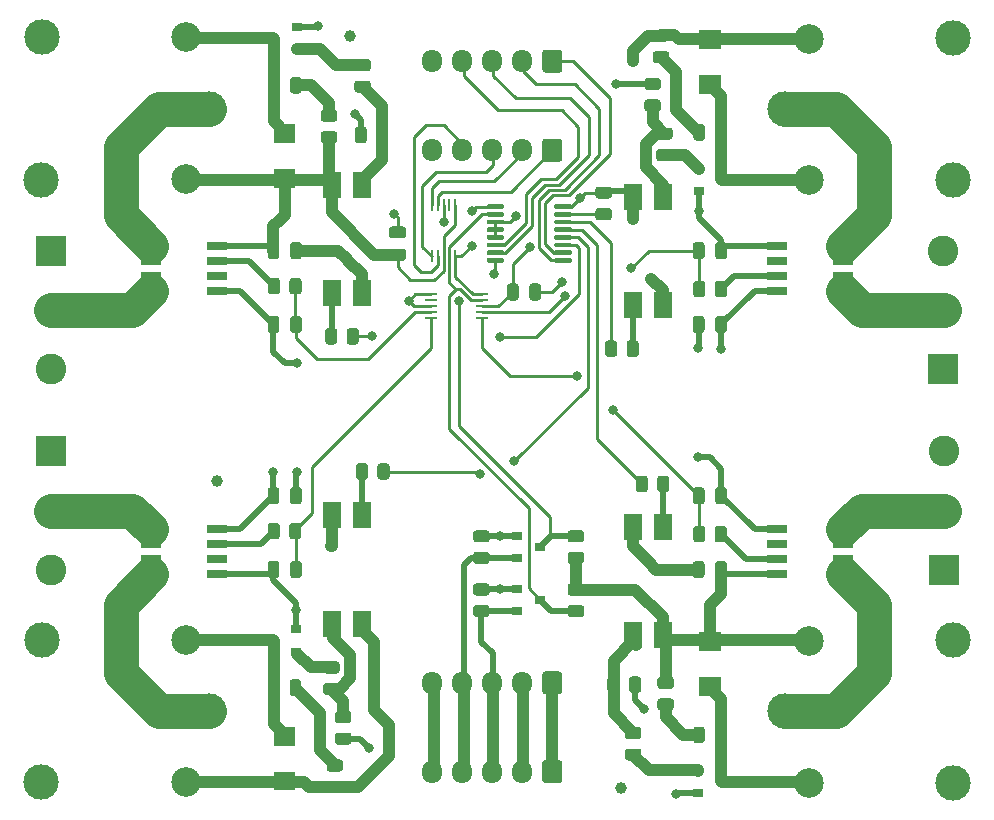
<source format=gtl>
G04 #@! TF.GenerationSoftware,KiCad,Pcbnew,5.1.10*
G04 #@! TF.CreationDate,2021-06-21T19:24:40+02:00*
G04 #@! TF.ProjectId,power-extender,706f7765-722d-4657-9874-656e6465722e,1*
G04 #@! TF.SameCoordinates,Original*
G04 #@! TF.FileFunction,Copper,L1,Top*
G04 #@! TF.FilePolarity,Positive*
%FSLAX46Y46*%
G04 Gerber Fmt 4.6, Leading zero omitted, Abs format (unit mm)*
G04 Created by KiCad (PCBNEW 5.1.10) date 2021-06-21 19:24:40*
%MOMM*%
%LPD*%
G01*
G04 APERTURE LIST*
G04 #@! TA.AperFunction,ComponentPad*
%ADD10O,1.700000X1.950000*%
G04 #@! TD*
G04 #@! TA.AperFunction,SMDPad,CuDef*
%ADD11R,1.750000X0.650000*%
G04 #@! TD*
G04 #@! TA.AperFunction,SMDPad,CuDef*
%ADD12C,0.150000*%
G04 #@! TD*
G04 #@! TA.AperFunction,SMDPad,CuDef*
%ADD13R,0.250000X1.100000*%
G04 #@! TD*
G04 #@! TA.AperFunction,SMDPad,CuDef*
%ADD14R,1.100000X0.250000*%
G04 #@! TD*
G04 #@! TA.AperFunction,SMDPad,CuDef*
%ADD15R,0.900000X0.800000*%
G04 #@! TD*
G04 #@! TA.AperFunction,ComponentPad*
%ADD16C,3.000000*%
G04 #@! TD*
G04 #@! TA.AperFunction,ComponentPad*
%ADD17C,2.500000*%
G04 #@! TD*
G04 #@! TA.AperFunction,SMDPad,CuDef*
%ADD18R,1.500000X2.200000*%
G04 #@! TD*
G04 #@! TA.AperFunction,ComponentPad*
%ADD19C,2.600000*%
G04 #@! TD*
G04 #@! TA.AperFunction,ComponentPad*
%ADD20R,2.600000X2.600000*%
G04 #@! TD*
G04 #@! TA.AperFunction,SMDPad,CuDef*
%ADD21C,1.000000*%
G04 #@! TD*
G04 #@! TA.AperFunction,ViaPad*
%ADD22C,0.800000*%
G04 #@! TD*
G04 #@! TA.AperFunction,Conductor*
%ADD23C,0.500000*%
G04 #@! TD*
G04 #@! TA.AperFunction,Conductor*
%ADD24C,1.000000*%
G04 #@! TD*
G04 #@! TA.AperFunction,Conductor*
%ADD25C,0.250000*%
G04 #@! TD*
G04 #@! TA.AperFunction,Conductor*
%ADD26C,3.000000*%
G04 #@! TD*
G04 APERTURE END LIST*
D10*
X143240000Y-70950000D03*
X145780000Y-70950000D03*
X148320000Y-70950000D03*
X150860000Y-70950000D03*
G04 #@! TA.AperFunction,ComponentPad*
G36*
G01*
X154250000Y-70225000D02*
X154250000Y-71675000D01*
G75*
G02*
X154000000Y-71925000I-250000J0D01*
G01*
X152800000Y-71925000D01*
G75*
G02*
X152550000Y-71675000I0J250000D01*
G01*
X152550000Y-70225000D01*
G75*
G02*
X152800000Y-69975000I250000J0D01*
G01*
X154000000Y-69975000D01*
G75*
G02*
X154250000Y-70225000I0J-250000D01*
G01*
G37*
G04 #@! TD.AperFunction*
X143240000Y-78500000D03*
X145780000Y-78500000D03*
X148320000Y-78500000D03*
X150860000Y-78500000D03*
G04 #@! TA.AperFunction,ComponentPad*
G36*
G01*
X154250000Y-77775000D02*
X154250000Y-79225000D01*
G75*
G02*
X154000000Y-79475000I-250000J0D01*
G01*
X152800000Y-79475000D01*
G75*
G02*
X152550000Y-79225000I0J250000D01*
G01*
X152550000Y-77775000D01*
G75*
G02*
X152800000Y-77525000I250000J0D01*
G01*
X154000000Y-77525000D01*
G75*
G02*
X154250000Y-77775000I0J-250000D01*
G01*
G37*
G04 #@! TD.AperFunction*
X143240000Y-123600000D03*
X145780000Y-123600000D03*
X148320000Y-123600000D03*
X150860000Y-123600000D03*
G04 #@! TA.AperFunction,ComponentPad*
G36*
G01*
X154250000Y-122875000D02*
X154250000Y-124325000D01*
G75*
G02*
X154000000Y-124575000I-250000J0D01*
G01*
X152800000Y-124575000D01*
G75*
G02*
X152550000Y-124325000I0J250000D01*
G01*
X152550000Y-122875000D01*
G75*
G02*
X152800000Y-122625000I250000J0D01*
G01*
X154000000Y-122625000D01*
G75*
G02*
X154250000Y-122875000I0J-250000D01*
G01*
G37*
G04 #@! TD.AperFunction*
X143240000Y-131100000D03*
X145780000Y-131100000D03*
X148320000Y-131100000D03*
X150860000Y-131100000D03*
G04 #@! TA.AperFunction,ComponentPad*
G36*
G01*
X154250000Y-130375000D02*
X154250000Y-131825000D01*
G75*
G02*
X154000000Y-132075000I-250000J0D01*
G01*
X152800000Y-132075000D01*
G75*
G02*
X152550000Y-131825000I0J250000D01*
G01*
X152550000Y-130375000D01*
G75*
G02*
X152800000Y-130125000I250000J0D01*
G01*
X154000000Y-130125000D01*
G75*
G02*
X154250000Y-130375000I0J-250000D01*
G01*
G37*
G04 #@! TD.AperFunction*
D11*
X119450000Y-90405000D03*
X125050000Y-90405000D03*
X119450000Y-89135000D03*
X125050000Y-89135000D03*
X119450000Y-87865000D03*
X125050000Y-87865000D03*
X119450000Y-86595000D03*
X125050000Y-86595000D03*
X178050000Y-86595000D03*
X172450000Y-86595000D03*
X178050000Y-87865000D03*
X172450000Y-87865000D03*
X178050000Y-89135000D03*
X172450000Y-89135000D03*
X178050000Y-90405000D03*
X172450000Y-90405000D03*
G04 #@! TA.AperFunction,SMDPad,CuDef*
D12*
G36*
X165850000Y-69900000D02*
G01*
X165850000Y-68300000D01*
X167650000Y-68300000D01*
X167650000Y-69900000D01*
X165850000Y-69900000D01*
G37*
G04 #@! TD.AperFunction*
G04 #@! TA.AperFunction,SMDPad,CuDef*
G36*
X165850000Y-73700000D02*
G01*
X165850000Y-72100000D01*
X167650000Y-72100000D01*
X167650000Y-73700000D01*
X165850000Y-73700000D01*
G37*
G04 #@! TD.AperFunction*
G04 #@! TA.AperFunction,SMDPad,CuDef*
G36*
X165850000Y-120900000D02*
G01*
X165850000Y-119300000D01*
X167650000Y-119300000D01*
X167650000Y-120900000D01*
X165850000Y-120900000D01*
G37*
G04 #@! TD.AperFunction*
G04 #@! TA.AperFunction,SMDPad,CuDef*
G36*
X165850000Y-124700000D02*
G01*
X165850000Y-123100000D01*
X167650000Y-123100000D01*
X167650000Y-124700000D01*
X165850000Y-124700000D01*
G37*
G04 #@! TD.AperFunction*
G04 #@! TA.AperFunction,SMDPad,CuDef*
G36*
X131650000Y-131100000D02*
G01*
X131650000Y-132700000D01*
X129850000Y-132700000D01*
X129850000Y-131100000D01*
X131650000Y-131100000D01*
G37*
G04 #@! TD.AperFunction*
G04 #@! TA.AperFunction,SMDPad,CuDef*
G36*
X131650000Y-127300000D02*
G01*
X131650000Y-128900000D01*
X129850000Y-128900000D01*
X129850000Y-127300000D01*
X131650000Y-127300000D01*
G37*
G04 #@! TD.AperFunction*
G04 #@! TA.AperFunction,SMDPad,CuDef*
G36*
X131650000Y-80100000D02*
G01*
X131650000Y-81700000D01*
X129850000Y-81700000D01*
X129850000Y-80100000D01*
X131650000Y-80100000D01*
G37*
G04 #@! TD.AperFunction*
G04 #@! TA.AperFunction,SMDPad,CuDef*
G36*
X131650000Y-76300000D02*
G01*
X131650000Y-77900000D01*
X129850000Y-77900000D01*
X129850000Y-76300000D01*
X131650000Y-76300000D01*
G37*
G04 #@! TD.AperFunction*
G04 #@! TA.AperFunction,SMDPad,CuDef*
G36*
G01*
X135150001Y-122800000D02*
X134249999Y-122800000D01*
G75*
G02*
X134000000Y-122550001I0J249999D01*
G01*
X134000000Y-122024999D01*
G75*
G02*
X134249999Y-121775000I249999J0D01*
G01*
X135150001Y-121775000D01*
G75*
G02*
X135400000Y-122024999I0J-249999D01*
G01*
X135400000Y-122550001D01*
G75*
G02*
X135150001Y-122800000I-249999J0D01*
G01*
G37*
G04 #@! TD.AperFunction*
G04 #@! TA.AperFunction,SMDPad,CuDef*
G36*
G01*
X135150001Y-124625000D02*
X134249999Y-124625000D01*
G75*
G02*
X134000000Y-124375001I0J249999D01*
G01*
X134000000Y-123849999D01*
G75*
G02*
X134249999Y-123600000I249999J0D01*
G01*
X135150001Y-123600000D01*
G75*
G02*
X135400000Y-123849999I0J-249999D01*
G01*
X135400000Y-124375001D01*
G75*
G02*
X135150001Y-124625000I-249999J0D01*
G01*
G37*
G04 #@! TD.AperFunction*
G04 #@! TA.AperFunction,SMDPad,CuDef*
G36*
G01*
X135450001Y-131100000D02*
X134549999Y-131100000D01*
G75*
G02*
X134300000Y-130850001I0J249999D01*
G01*
X134300000Y-130324999D01*
G75*
G02*
X134549999Y-130075000I249999J0D01*
G01*
X135450001Y-130075000D01*
G75*
G02*
X135700000Y-130324999I0J-249999D01*
G01*
X135700000Y-130850001D01*
G75*
G02*
X135450001Y-131100000I-249999J0D01*
G01*
G37*
G04 #@! TD.AperFunction*
G04 #@! TA.AperFunction,SMDPad,CuDef*
G36*
G01*
X135450001Y-132925000D02*
X134549999Y-132925000D01*
G75*
G02*
X134300000Y-132675001I0J249999D01*
G01*
X134300000Y-132149999D01*
G75*
G02*
X134549999Y-131900000I249999J0D01*
G01*
X135450001Y-131900000D01*
G75*
G02*
X135700000Y-132149999I0J-249999D01*
G01*
X135700000Y-132675001D01*
G75*
G02*
X135450001Y-132925000I-249999J0D01*
G01*
G37*
G04 #@! TD.AperFunction*
G04 #@! TA.AperFunction,SMDPad,CuDef*
G36*
G01*
X135249999Y-127800000D02*
X136150001Y-127800000D01*
G75*
G02*
X136400000Y-128049999I0J-249999D01*
G01*
X136400000Y-128575001D01*
G75*
G02*
X136150001Y-128825000I-249999J0D01*
G01*
X135249999Y-128825000D01*
G75*
G02*
X135000000Y-128575001I0J249999D01*
G01*
X135000000Y-128049999D01*
G75*
G02*
X135249999Y-127800000I249999J0D01*
G01*
G37*
G04 #@! TD.AperFunction*
G04 #@! TA.AperFunction,SMDPad,CuDef*
G36*
G01*
X135249999Y-125975000D02*
X136150001Y-125975000D01*
G75*
G02*
X136400000Y-126224999I0J-249999D01*
G01*
X136400000Y-126750001D01*
G75*
G02*
X136150001Y-127000000I-249999J0D01*
G01*
X135249999Y-127000000D01*
G75*
G02*
X135000000Y-126750001I0J249999D01*
G01*
X135000000Y-126224999D01*
G75*
G02*
X135249999Y-125975000I249999J0D01*
G01*
G37*
G04 #@! TD.AperFunction*
G04 #@! TA.AperFunction,SMDPad,CuDef*
G36*
G01*
X137700000Y-76749999D02*
X137700000Y-77650001D01*
G75*
G02*
X137450001Y-77900000I-249999J0D01*
G01*
X136924999Y-77900000D01*
G75*
G02*
X136675000Y-77650001I0J249999D01*
G01*
X136675000Y-76749999D01*
G75*
G02*
X136924999Y-76500000I249999J0D01*
G01*
X137450001Y-76500000D01*
G75*
G02*
X137700000Y-76749999I0J-249999D01*
G01*
G37*
G04 #@! TD.AperFunction*
G04 #@! TA.AperFunction,SMDPad,CuDef*
G36*
G01*
X139525000Y-76749999D02*
X139525000Y-77650001D01*
G75*
G02*
X139275001Y-77900000I-249999J0D01*
G01*
X138749999Y-77900000D01*
G75*
G02*
X138500000Y-77650001I0J249999D01*
G01*
X138500000Y-76749999D01*
G75*
G02*
X138749999Y-76500000I249999J0D01*
G01*
X139275001Y-76500000D01*
G75*
G02*
X139525000Y-76749999I0J-249999D01*
G01*
G37*
G04 #@! TD.AperFunction*
G04 #@! TA.AperFunction,SMDPad,CuDef*
G36*
G01*
X137800001Y-71800000D02*
X136899999Y-71800000D01*
G75*
G02*
X136650000Y-71550001I0J249999D01*
G01*
X136650000Y-71024999D01*
G75*
G02*
X136899999Y-70775000I249999J0D01*
G01*
X137800001Y-70775000D01*
G75*
G02*
X138050000Y-71024999I0J-249999D01*
G01*
X138050000Y-71550001D01*
G75*
G02*
X137800001Y-71800000I-249999J0D01*
G01*
G37*
G04 #@! TD.AperFunction*
G04 #@! TA.AperFunction,SMDPad,CuDef*
G36*
G01*
X137800001Y-73625000D02*
X136899999Y-73625000D01*
G75*
G02*
X136650000Y-73375001I0J249999D01*
G01*
X136650000Y-72849999D01*
G75*
G02*
X136899999Y-72600000I249999J0D01*
G01*
X137800001Y-72600000D01*
G75*
G02*
X138050000Y-72849999I0J-249999D01*
G01*
X138050000Y-73375001D01*
G75*
G02*
X137800001Y-73625000I-249999J0D01*
G01*
G37*
G04 #@! TD.AperFunction*
D13*
X145200000Y-87450000D03*
X144700000Y-87450000D03*
X144200000Y-87450000D03*
X143700000Y-87450000D03*
X143200000Y-87450000D03*
X143200000Y-83150000D03*
X143700000Y-83150000D03*
X144200000Y-83150000D03*
X144700000Y-83150000D03*
X145200000Y-83150000D03*
G04 #@! TA.AperFunction,SMDPad,CuDef*
G36*
G01*
X153575000Y-83375000D02*
X153575000Y-83175000D01*
G75*
G02*
X153675000Y-83075000I100000J0D01*
G01*
X154950000Y-83075000D01*
G75*
G02*
X155050000Y-83175000I0J-100000D01*
G01*
X155050000Y-83375000D01*
G75*
G02*
X154950000Y-83475000I-100000J0D01*
G01*
X153675000Y-83475000D01*
G75*
G02*
X153575000Y-83375000I0J100000D01*
G01*
G37*
G04 #@! TD.AperFunction*
G04 #@! TA.AperFunction,SMDPad,CuDef*
G36*
G01*
X153575000Y-84025000D02*
X153575000Y-83825000D01*
G75*
G02*
X153675000Y-83725000I100000J0D01*
G01*
X154950000Y-83725000D01*
G75*
G02*
X155050000Y-83825000I0J-100000D01*
G01*
X155050000Y-84025000D01*
G75*
G02*
X154950000Y-84125000I-100000J0D01*
G01*
X153675000Y-84125000D01*
G75*
G02*
X153575000Y-84025000I0J100000D01*
G01*
G37*
G04 #@! TD.AperFunction*
G04 #@! TA.AperFunction,SMDPad,CuDef*
G36*
G01*
X153575000Y-84675000D02*
X153575000Y-84475000D01*
G75*
G02*
X153675000Y-84375000I100000J0D01*
G01*
X154950000Y-84375000D01*
G75*
G02*
X155050000Y-84475000I0J-100000D01*
G01*
X155050000Y-84675000D01*
G75*
G02*
X154950000Y-84775000I-100000J0D01*
G01*
X153675000Y-84775000D01*
G75*
G02*
X153575000Y-84675000I0J100000D01*
G01*
G37*
G04 #@! TD.AperFunction*
G04 #@! TA.AperFunction,SMDPad,CuDef*
G36*
G01*
X153575000Y-85325000D02*
X153575000Y-85125000D01*
G75*
G02*
X153675000Y-85025000I100000J0D01*
G01*
X154950000Y-85025000D01*
G75*
G02*
X155050000Y-85125000I0J-100000D01*
G01*
X155050000Y-85325000D01*
G75*
G02*
X154950000Y-85425000I-100000J0D01*
G01*
X153675000Y-85425000D01*
G75*
G02*
X153575000Y-85325000I0J100000D01*
G01*
G37*
G04 #@! TD.AperFunction*
G04 #@! TA.AperFunction,SMDPad,CuDef*
G36*
G01*
X153575000Y-85975000D02*
X153575000Y-85775000D01*
G75*
G02*
X153675000Y-85675000I100000J0D01*
G01*
X154950000Y-85675000D01*
G75*
G02*
X155050000Y-85775000I0J-100000D01*
G01*
X155050000Y-85975000D01*
G75*
G02*
X154950000Y-86075000I-100000J0D01*
G01*
X153675000Y-86075000D01*
G75*
G02*
X153575000Y-85975000I0J100000D01*
G01*
G37*
G04 #@! TD.AperFunction*
G04 #@! TA.AperFunction,SMDPad,CuDef*
G36*
G01*
X153575000Y-86625000D02*
X153575000Y-86425000D01*
G75*
G02*
X153675000Y-86325000I100000J0D01*
G01*
X154950000Y-86325000D01*
G75*
G02*
X155050000Y-86425000I0J-100000D01*
G01*
X155050000Y-86625000D01*
G75*
G02*
X154950000Y-86725000I-100000J0D01*
G01*
X153675000Y-86725000D01*
G75*
G02*
X153575000Y-86625000I0J100000D01*
G01*
G37*
G04 #@! TD.AperFunction*
G04 #@! TA.AperFunction,SMDPad,CuDef*
G36*
G01*
X153575000Y-87275000D02*
X153575000Y-87075000D01*
G75*
G02*
X153675000Y-86975000I100000J0D01*
G01*
X154950000Y-86975000D01*
G75*
G02*
X155050000Y-87075000I0J-100000D01*
G01*
X155050000Y-87275000D01*
G75*
G02*
X154950000Y-87375000I-100000J0D01*
G01*
X153675000Y-87375000D01*
G75*
G02*
X153575000Y-87275000I0J100000D01*
G01*
G37*
G04 #@! TD.AperFunction*
G04 #@! TA.AperFunction,SMDPad,CuDef*
G36*
G01*
X153575000Y-87925000D02*
X153575000Y-87725000D01*
G75*
G02*
X153675000Y-87625000I100000J0D01*
G01*
X154950000Y-87625000D01*
G75*
G02*
X155050000Y-87725000I0J-100000D01*
G01*
X155050000Y-87925000D01*
G75*
G02*
X154950000Y-88025000I-100000J0D01*
G01*
X153675000Y-88025000D01*
G75*
G02*
X153575000Y-87925000I0J100000D01*
G01*
G37*
G04 #@! TD.AperFunction*
G04 #@! TA.AperFunction,SMDPad,CuDef*
G36*
G01*
X147850000Y-87925000D02*
X147850000Y-87725000D01*
G75*
G02*
X147950000Y-87625000I100000J0D01*
G01*
X149225000Y-87625000D01*
G75*
G02*
X149325000Y-87725000I0J-100000D01*
G01*
X149325000Y-87925000D01*
G75*
G02*
X149225000Y-88025000I-100000J0D01*
G01*
X147950000Y-88025000D01*
G75*
G02*
X147850000Y-87925000I0J100000D01*
G01*
G37*
G04 #@! TD.AperFunction*
G04 #@! TA.AperFunction,SMDPad,CuDef*
G36*
G01*
X147850000Y-87275000D02*
X147850000Y-87075000D01*
G75*
G02*
X147950000Y-86975000I100000J0D01*
G01*
X149225000Y-86975000D01*
G75*
G02*
X149325000Y-87075000I0J-100000D01*
G01*
X149325000Y-87275000D01*
G75*
G02*
X149225000Y-87375000I-100000J0D01*
G01*
X147950000Y-87375000D01*
G75*
G02*
X147850000Y-87275000I0J100000D01*
G01*
G37*
G04 #@! TD.AperFunction*
G04 #@! TA.AperFunction,SMDPad,CuDef*
G36*
G01*
X147850000Y-86625000D02*
X147850000Y-86425000D01*
G75*
G02*
X147950000Y-86325000I100000J0D01*
G01*
X149225000Y-86325000D01*
G75*
G02*
X149325000Y-86425000I0J-100000D01*
G01*
X149325000Y-86625000D01*
G75*
G02*
X149225000Y-86725000I-100000J0D01*
G01*
X147950000Y-86725000D01*
G75*
G02*
X147850000Y-86625000I0J100000D01*
G01*
G37*
G04 #@! TD.AperFunction*
G04 #@! TA.AperFunction,SMDPad,CuDef*
G36*
G01*
X147850000Y-85975000D02*
X147850000Y-85775000D01*
G75*
G02*
X147950000Y-85675000I100000J0D01*
G01*
X149225000Y-85675000D01*
G75*
G02*
X149325000Y-85775000I0J-100000D01*
G01*
X149325000Y-85975000D01*
G75*
G02*
X149225000Y-86075000I-100000J0D01*
G01*
X147950000Y-86075000D01*
G75*
G02*
X147850000Y-85975000I0J100000D01*
G01*
G37*
G04 #@! TD.AperFunction*
G04 #@! TA.AperFunction,SMDPad,CuDef*
G36*
G01*
X147850000Y-85325000D02*
X147850000Y-85125000D01*
G75*
G02*
X147950000Y-85025000I100000J0D01*
G01*
X149225000Y-85025000D01*
G75*
G02*
X149325000Y-85125000I0J-100000D01*
G01*
X149325000Y-85325000D01*
G75*
G02*
X149225000Y-85425000I-100000J0D01*
G01*
X147950000Y-85425000D01*
G75*
G02*
X147850000Y-85325000I0J100000D01*
G01*
G37*
G04 #@! TD.AperFunction*
G04 #@! TA.AperFunction,SMDPad,CuDef*
G36*
G01*
X147850000Y-84675000D02*
X147850000Y-84475000D01*
G75*
G02*
X147950000Y-84375000I100000J0D01*
G01*
X149225000Y-84375000D01*
G75*
G02*
X149325000Y-84475000I0J-100000D01*
G01*
X149325000Y-84675000D01*
G75*
G02*
X149225000Y-84775000I-100000J0D01*
G01*
X147950000Y-84775000D01*
G75*
G02*
X147850000Y-84675000I0J100000D01*
G01*
G37*
G04 #@! TD.AperFunction*
G04 #@! TA.AperFunction,SMDPad,CuDef*
G36*
G01*
X147850000Y-84025000D02*
X147850000Y-83825000D01*
G75*
G02*
X147950000Y-83725000I100000J0D01*
G01*
X149225000Y-83725000D01*
G75*
G02*
X149325000Y-83825000I0J-100000D01*
G01*
X149325000Y-84025000D01*
G75*
G02*
X149225000Y-84125000I-100000J0D01*
G01*
X147950000Y-84125000D01*
G75*
G02*
X147850000Y-84025000I0J100000D01*
G01*
G37*
G04 #@! TD.AperFunction*
G04 #@! TA.AperFunction,SMDPad,CuDef*
G36*
G01*
X147850000Y-83375000D02*
X147850000Y-83175000D01*
G75*
G02*
X147950000Y-83075000I100000J0D01*
G01*
X149225000Y-83075000D01*
G75*
G02*
X149325000Y-83175000I0J-100000D01*
G01*
X149325000Y-83375000D01*
G75*
G02*
X149225000Y-83475000I-100000J0D01*
G01*
X147950000Y-83475000D01*
G75*
G02*
X147850000Y-83375000I0J100000D01*
G01*
G37*
G04 #@! TD.AperFunction*
G04 #@! TA.AperFunction,SMDPad,CuDef*
G36*
G01*
X159900000Y-124200001D02*
X159900000Y-123299999D01*
G75*
G02*
X160149999Y-123050000I249999J0D01*
G01*
X160675001Y-123050000D01*
G75*
G02*
X160925000Y-123299999I0J-249999D01*
G01*
X160925000Y-124200001D01*
G75*
G02*
X160675001Y-124450000I-249999J0D01*
G01*
X160149999Y-124450000D01*
G75*
G02*
X159900000Y-124200001I0J249999D01*
G01*
G37*
G04 #@! TD.AperFunction*
G04 #@! TA.AperFunction,SMDPad,CuDef*
G36*
G01*
X158075000Y-124200001D02*
X158075000Y-123299999D01*
G75*
G02*
X158324999Y-123050000I249999J0D01*
G01*
X158850001Y-123050000D01*
G75*
G02*
X159100000Y-123299999I0J-249999D01*
G01*
X159100000Y-124200001D01*
G75*
G02*
X158850001Y-124450000I-249999J0D01*
G01*
X158324999Y-124450000D01*
G75*
G02*
X158075000Y-124200001I0J249999D01*
G01*
G37*
G04 #@! TD.AperFunction*
D14*
X147450000Y-90700000D03*
X147450000Y-91200000D03*
X147450000Y-91700000D03*
X147450000Y-92200000D03*
X147450000Y-92700000D03*
X143150000Y-92700000D03*
X143150000Y-92200000D03*
X143150000Y-91700000D03*
X143150000Y-91200000D03*
X143150000Y-90700000D03*
D15*
X167800000Y-81000000D03*
X165800000Y-81950000D03*
X165800000Y-80050000D03*
G04 #@! TA.AperFunction,SMDPad,CuDef*
G36*
G01*
X162149999Y-70100000D02*
X163050001Y-70100000D01*
G75*
G02*
X163300000Y-70349999I0J-249999D01*
G01*
X163300000Y-70875001D01*
G75*
G02*
X163050001Y-71125000I-249999J0D01*
G01*
X162149999Y-71125000D01*
G75*
G02*
X161900000Y-70875001I0J249999D01*
G01*
X161900000Y-70349999D01*
G75*
G02*
X162149999Y-70100000I249999J0D01*
G01*
G37*
G04 #@! TD.AperFunction*
G04 #@! TA.AperFunction,SMDPad,CuDef*
G36*
G01*
X162149999Y-68275000D02*
X163050001Y-68275000D01*
G75*
G02*
X163300000Y-68524999I0J-249999D01*
G01*
X163300000Y-69050001D01*
G75*
G02*
X163050001Y-69300000I-249999J0D01*
G01*
X162149999Y-69300000D01*
G75*
G02*
X161900000Y-69050001I0J249999D01*
G01*
X161900000Y-68524999D01*
G75*
G02*
X162149999Y-68275000I249999J0D01*
G01*
G37*
G04 #@! TD.AperFunction*
G04 #@! TA.AperFunction,SMDPad,CuDef*
G36*
G01*
X167170000Y-90700001D02*
X167170000Y-89799999D01*
G75*
G02*
X167419999Y-89550000I249999J0D01*
G01*
X167945001Y-89550000D01*
G75*
G02*
X168195000Y-89799999I0J-249999D01*
G01*
X168195000Y-90700001D01*
G75*
G02*
X167945001Y-90950000I-249999J0D01*
G01*
X167419999Y-90950000D01*
G75*
G02*
X167170000Y-90700001I0J249999D01*
G01*
G37*
G04 #@! TD.AperFunction*
G04 #@! TA.AperFunction,SMDPad,CuDef*
G36*
G01*
X165345000Y-90700001D02*
X165345000Y-89799999D01*
G75*
G02*
X165594999Y-89550000I249999J0D01*
G01*
X166120001Y-89550000D01*
G75*
G02*
X166370000Y-89799999I0J-249999D01*
G01*
X166370000Y-90700001D01*
G75*
G02*
X166120001Y-90950000I-249999J0D01*
G01*
X165594999Y-90950000D01*
G75*
G02*
X165345000Y-90700001I0J249999D01*
G01*
G37*
G04 #@! TD.AperFunction*
D16*
X173150000Y-75000000D03*
D17*
X175100000Y-69050000D03*
D16*
X187350000Y-69000000D03*
X187300000Y-81050000D03*
D17*
X175100000Y-81050000D03*
G04 #@! TA.AperFunction,SMDPad,CuDef*
G36*
G01*
X166330000Y-76543750D02*
X166330000Y-77456250D01*
G75*
G02*
X166086250Y-77700000I-243750J0D01*
G01*
X165598750Y-77700000D01*
G75*
G02*
X165355000Y-77456250I0J243750D01*
G01*
X165355000Y-76543750D01*
G75*
G02*
X165598750Y-76300000I243750J0D01*
G01*
X166086250Y-76300000D01*
G75*
G02*
X166330000Y-76543750I0J-243750D01*
G01*
G37*
G04 #@! TD.AperFunction*
G04 #@! TA.AperFunction,SMDPad,CuDef*
G36*
G01*
X168205000Y-76543750D02*
X168205000Y-77456250D01*
G75*
G02*
X167961250Y-77700000I-243750J0D01*
G01*
X167473750Y-77700000D01*
G75*
G02*
X167230000Y-77456250I0J243750D01*
G01*
X167230000Y-76543750D01*
G75*
G02*
X167473750Y-76300000I243750J0D01*
G01*
X167961250Y-76300000D01*
G75*
G02*
X168205000Y-76543750I0J-243750D01*
G01*
G37*
G04 #@! TD.AperFunction*
G04 #@! TA.AperFunction,SMDPad,CuDef*
G36*
G01*
X162449999Y-78400000D02*
X163350001Y-78400000D01*
G75*
G02*
X163600000Y-78649999I0J-249999D01*
G01*
X163600000Y-79175001D01*
G75*
G02*
X163350001Y-79425000I-249999J0D01*
G01*
X162449999Y-79425000D01*
G75*
G02*
X162200000Y-79175001I0J249999D01*
G01*
X162200000Y-78649999D01*
G75*
G02*
X162449999Y-78400000I249999J0D01*
G01*
G37*
G04 #@! TD.AperFunction*
G04 #@! TA.AperFunction,SMDPad,CuDef*
G36*
G01*
X162449999Y-76575000D02*
X163350001Y-76575000D01*
G75*
G02*
X163600000Y-76824999I0J-249999D01*
G01*
X163600000Y-77350001D01*
G75*
G02*
X163350001Y-77600000I-249999J0D01*
G01*
X162449999Y-77600000D01*
G75*
G02*
X162200000Y-77350001I0J249999D01*
G01*
X162200000Y-76824999D01*
G75*
G02*
X162449999Y-76575000I249999J0D01*
G01*
G37*
G04 #@! TD.AperFunction*
D18*
X162770000Y-91580000D03*
X162770000Y-82420000D03*
X160230000Y-91580000D03*
X160230000Y-82420000D03*
G04 #@! TA.AperFunction,SMDPad,CuDef*
G36*
G01*
X166300000Y-92775000D02*
X166300000Y-93725000D01*
G75*
G02*
X166050000Y-93975000I-250000J0D01*
G01*
X165550000Y-93975000D01*
G75*
G02*
X165300000Y-93725000I0J250000D01*
G01*
X165300000Y-92775000D01*
G75*
G02*
X165550000Y-92525000I250000J0D01*
G01*
X166050000Y-92525000D01*
G75*
G02*
X166300000Y-92775000I0J-250000D01*
G01*
G37*
G04 #@! TD.AperFunction*
G04 #@! TA.AperFunction,SMDPad,CuDef*
G36*
G01*
X168200000Y-92775000D02*
X168200000Y-93725000D01*
G75*
G02*
X167950000Y-93975000I-250000J0D01*
G01*
X167450000Y-93975000D01*
G75*
G02*
X167200000Y-93725000I0J250000D01*
G01*
X167200000Y-92775000D01*
G75*
G02*
X167450000Y-92525000I250000J0D01*
G01*
X167950000Y-92525000D01*
G75*
G02*
X168200000Y-92775000I0J-250000D01*
G01*
G37*
G04 #@! TD.AperFunction*
G04 #@! TA.AperFunction,SMDPad,CuDef*
G36*
G01*
X167200000Y-87475000D02*
X167200000Y-86525000D01*
G75*
G02*
X167450000Y-86275000I250000J0D01*
G01*
X167950000Y-86275000D01*
G75*
G02*
X168200000Y-86525000I0J-250000D01*
G01*
X168200000Y-87475000D01*
G75*
G02*
X167950000Y-87725000I-250000J0D01*
G01*
X167450000Y-87725000D01*
G75*
G02*
X167200000Y-87475000I0J250000D01*
G01*
G37*
G04 #@! TD.AperFunction*
G04 #@! TA.AperFunction,SMDPad,CuDef*
G36*
G01*
X165300000Y-87475000D02*
X165300000Y-86525000D01*
G75*
G02*
X165550000Y-86275000I250000J0D01*
G01*
X166050000Y-86275000D01*
G75*
G02*
X166300000Y-86525000I0J-250000D01*
G01*
X166300000Y-87475000D01*
G75*
G02*
X166050000Y-87725000I-250000J0D01*
G01*
X165550000Y-87725000D01*
G75*
G02*
X165300000Y-87475000I0J250000D01*
G01*
G37*
G04 #@! TD.AperFunction*
D19*
X186500000Y-87000000D03*
X186500000Y-92000000D03*
D20*
X186500000Y-97000000D03*
D11*
X178050000Y-110595000D03*
X172450000Y-110595000D03*
X178050000Y-111865000D03*
X172450000Y-111865000D03*
X178050000Y-113135000D03*
X172450000Y-113135000D03*
X178050000Y-114405000D03*
X172450000Y-114405000D03*
D15*
X167750000Y-132000000D03*
X165750000Y-132950000D03*
X165750000Y-131050000D03*
G04 #@! TA.AperFunction,SMDPad,CuDef*
G36*
G01*
X159700000Y-95750001D02*
X159700000Y-94849999D01*
G75*
G02*
X159949999Y-94600000I249999J0D01*
G01*
X160475001Y-94600000D01*
G75*
G02*
X160725000Y-94849999I0J-249999D01*
G01*
X160725000Y-95750001D01*
G75*
G02*
X160475001Y-96000000I-249999J0D01*
G01*
X159949999Y-96000000D01*
G75*
G02*
X159700000Y-95750001I0J249999D01*
G01*
G37*
G04 #@! TD.AperFunction*
G04 #@! TA.AperFunction,SMDPad,CuDef*
G36*
G01*
X157875000Y-95750001D02*
X157875000Y-94849999D01*
G75*
G02*
X158124999Y-94600000I249999J0D01*
G01*
X158650001Y-94600000D01*
G75*
G02*
X158900000Y-94849999I0J-249999D01*
G01*
X158900000Y-95750001D01*
G75*
G02*
X158650001Y-96000000I-249999J0D01*
G01*
X158124999Y-96000000D01*
G75*
G02*
X157875000Y-95750001I0J249999D01*
G01*
G37*
G04 #@! TD.AperFunction*
G04 #@! TA.AperFunction,SMDPad,CuDef*
G36*
G01*
X167200000Y-108225000D02*
X167200000Y-107275000D01*
G75*
G02*
X167450000Y-107025000I250000J0D01*
G01*
X167950000Y-107025000D01*
G75*
G02*
X168200000Y-107275000I0J-250000D01*
G01*
X168200000Y-108225000D01*
G75*
G02*
X167950000Y-108475000I-250000J0D01*
G01*
X167450000Y-108475000D01*
G75*
G02*
X167200000Y-108225000I0J250000D01*
G01*
G37*
G04 #@! TD.AperFunction*
G04 #@! TA.AperFunction,SMDPad,CuDef*
G36*
G01*
X165300000Y-108225000D02*
X165300000Y-107275000D01*
G75*
G02*
X165550000Y-107025000I250000J0D01*
G01*
X166050000Y-107025000D01*
G75*
G02*
X166300000Y-107275000I0J-250000D01*
G01*
X166300000Y-108225000D01*
G75*
G02*
X166050000Y-108475000I-250000J0D01*
G01*
X165550000Y-108475000D01*
G75*
G02*
X165300000Y-108225000I0J250000D01*
G01*
G37*
G04 #@! TD.AperFunction*
G04 #@! TA.AperFunction,SMDPad,CuDef*
G36*
G01*
X162549999Y-124900000D02*
X163450001Y-124900000D01*
G75*
G02*
X163700000Y-125149999I0J-249999D01*
G01*
X163700000Y-125675001D01*
G75*
G02*
X163450001Y-125925000I-249999J0D01*
G01*
X162549999Y-125925000D01*
G75*
G02*
X162300000Y-125675001I0J249999D01*
G01*
X162300000Y-125149999D01*
G75*
G02*
X162549999Y-124900000I249999J0D01*
G01*
G37*
G04 #@! TD.AperFunction*
G04 #@! TA.AperFunction,SMDPad,CuDef*
G36*
G01*
X162549999Y-123075000D02*
X163450001Y-123075000D01*
G75*
G02*
X163700000Y-123324999I0J-249999D01*
G01*
X163700000Y-123850001D01*
G75*
G02*
X163450001Y-124100000I-249999J0D01*
G01*
X162549999Y-124100000D01*
G75*
G02*
X162300000Y-123850001I0J249999D01*
G01*
X162300000Y-123324999D01*
G75*
G02*
X162549999Y-123075000I249999J0D01*
G01*
G37*
G04 #@! TD.AperFunction*
G04 #@! TA.AperFunction,SMDPad,CuDef*
G36*
G01*
X167150000Y-111450001D02*
X167150000Y-110549999D01*
G75*
G02*
X167399999Y-110300000I249999J0D01*
G01*
X167925001Y-110300000D01*
G75*
G02*
X168175000Y-110549999I0J-249999D01*
G01*
X168175000Y-111450001D01*
G75*
G02*
X167925001Y-111700000I-249999J0D01*
G01*
X167399999Y-111700000D01*
G75*
G02*
X167150000Y-111450001I0J249999D01*
G01*
G37*
G04 #@! TD.AperFunction*
G04 #@! TA.AperFunction,SMDPad,CuDef*
G36*
G01*
X165325000Y-111450001D02*
X165325000Y-110549999D01*
G75*
G02*
X165574999Y-110300000I249999J0D01*
G01*
X166100001Y-110300000D01*
G75*
G02*
X166350000Y-110549999I0J-249999D01*
G01*
X166350000Y-111450001D01*
G75*
G02*
X166100001Y-111700000I-249999J0D01*
G01*
X165574999Y-111700000D01*
G75*
G02*
X165325000Y-111450001I0J249999D01*
G01*
G37*
G04 #@! TD.AperFunction*
G04 #@! TA.AperFunction,SMDPad,CuDef*
G36*
G01*
X159799999Y-129150000D02*
X160700001Y-129150000D01*
G75*
G02*
X160950000Y-129399999I0J-249999D01*
G01*
X160950000Y-129925001D01*
G75*
G02*
X160700001Y-130175000I-249999J0D01*
G01*
X159799999Y-130175000D01*
G75*
G02*
X159550000Y-129925001I0J249999D01*
G01*
X159550000Y-129399999D01*
G75*
G02*
X159799999Y-129150000I249999J0D01*
G01*
G37*
G04 #@! TD.AperFunction*
G04 #@! TA.AperFunction,SMDPad,CuDef*
G36*
G01*
X159799999Y-127325000D02*
X160700001Y-127325000D01*
G75*
G02*
X160950000Y-127574999I0J-249999D01*
G01*
X160950000Y-128100001D01*
G75*
G02*
X160700001Y-128350000I-249999J0D01*
G01*
X159799999Y-128350000D01*
G75*
G02*
X159550000Y-128100001I0J249999D01*
G01*
X159550000Y-127574999D01*
G75*
G02*
X159799999Y-127325000I249999J0D01*
G01*
G37*
G04 #@! TD.AperFunction*
G04 #@! TA.AperFunction,SMDPad,CuDef*
G36*
G01*
X162300000Y-107200001D02*
X162300000Y-106299999D01*
G75*
G02*
X162549999Y-106050000I249999J0D01*
G01*
X163075001Y-106050000D01*
G75*
G02*
X163325000Y-106299999I0J-249999D01*
G01*
X163325000Y-107200001D01*
G75*
G02*
X163075001Y-107450000I-249999J0D01*
G01*
X162549999Y-107450000D01*
G75*
G02*
X162300000Y-107200001I0J249999D01*
G01*
G37*
G04 #@! TD.AperFunction*
G04 #@! TA.AperFunction,SMDPad,CuDef*
G36*
G01*
X160475000Y-107200001D02*
X160475000Y-106299999D01*
G75*
G02*
X160724999Y-106050000I249999J0D01*
G01*
X161250001Y-106050000D01*
G75*
G02*
X161500000Y-106299999I0J-249999D01*
G01*
X161500000Y-107200001D01*
G75*
G02*
X161250001Y-107450000I-249999J0D01*
G01*
X160724999Y-107450000D01*
G75*
G02*
X160475000Y-107200001I0J249999D01*
G01*
G37*
G04 #@! TD.AperFunction*
G04 #@! TA.AperFunction,SMDPad,CuDef*
G36*
G01*
X166300000Y-127543750D02*
X166300000Y-128456250D01*
G75*
G02*
X166056250Y-128700000I-243750J0D01*
G01*
X165568750Y-128700000D01*
G75*
G02*
X165325000Y-128456250I0J243750D01*
G01*
X165325000Y-127543750D01*
G75*
G02*
X165568750Y-127300000I243750J0D01*
G01*
X166056250Y-127300000D01*
G75*
G02*
X166300000Y-127543750I0J-243750D01*
G01*
G37*
G04 #@! TD.AperFunction*
G04 #@! TA.AperFunction,SMDPad,CuDef*
G36*
G01*
X168175000Y-127543750D02*
X168175000Y-128456250D01*
G75*
G02*
X167931250Y-128700000I-243750J0D01*
G01*
X167443750Y-128700000D01*
G75*
G02*
X167200000Y-128456250I0J243750D01*
G01*
X167200000Y-127543750D01*
G75*
G02*
X167443750Y-127300000I243750J0D01*
G01*
X167931250Y-127300000D01*
G75*
G02*
X168175000Y-127543750I0J-243750D01*
G01*
G37*
G04 #@! TD.AperFunction*
G04 #@! TA.AperFunction,SMDPad,CuDef*
G36*
G01*
X166300000Y-113525000D02*
X166300000Y-114475000D01*
G75*
G02*
X166050000Y-114725000I-250000J0D01*
G01*
X165550000Y-114725000D01*
G75*
G02*
X165300000Y-114475000I0J250000D01*
G01*
X165300000Y-113525000D01*
G75*
G02*
X165550000Y-113275000I250000J0D01*
G01*
X166050000Y-113275000D01*
G75*
G02*
X166300000Y-113525000I0J-250000D01*
G01*
G37*
G04 #@! TD.AperFunction*
G04 #@! TA.AperFunction,SMDPad,CuDef*
G36*
G01*
X168200000Y-113525000D02*
X168200000Y-114475000D01*
G75*
G02*
X167950000Y-114725000I-250000J0D01*
G01*
X167450000Y-114725000D01*
G75*
G02*
X167200000Y-114475000I0J250000D01*
G01*
X167200000Y-113525000D01*
G75*
G02*
X167450000Y-113275000I250000J0D01*
G01*
X167950000Y-113275000D01*
G75*
G02*
X168200000Y-113525000I0J-250000D01*
G01*
G37*
G04 #@! TD.AperFunction*
D18*
X160230000Y-110420000D03*
X160230000Y-119580000D03*
X162770000Y-110420000D03*
X162770000Y-119580000D03*
D16*
X173150000Y-126000000D03*
D17*
X175100000Y-120050000D03*
D16*
X187350000Y-120000000D03*
X187300000Y-132050000D03*
D17*
X175100000Y-132050000D03*
D19*
X186550000Y-104000000D03*
X186550000Y-109000000D03*
D20*
X186550000Y-114000000D03*
D11*
X119450000Y-114405000D03*
X125050000Y-114405000D03*
X119450000Y-113135000D03*
X125050000Y-113135000D03*
X119450000Y-111865000D03*
X125050000Y-111865000D03*
X119450000Y-110595000D03*
X125050000Y-110595000D03*
D15*
X129700000Y-120000000D03*
X131700000Y-119050000D03*
X131700000Y-120950000D03*
G04 #@! TA.AperFunction,SMDPad,CuDef*
G36*
G01*
X130300000Y-113525000D02*
X130300000Y-114475000D01*
G75*
G02*
X130050000Y-114725000I-250000J0D01*
G01*
X129550000Y-114725000D01*
G75*
G02*
X129300000Y-114475000I0J250000D01*
G01*
X129300000Y-113525000D01*
G75*
G02*
X129550000Y-113275000I250000J0D01*
G01*
X130050000Y-113275000D01*
G75*
G02*
X130300000Y-113525000I0J-250000D01*
G01*
G37*
G04 #@! TD.AperFunction*
G04 #@! TA.AperFunction,SMDPad,CuDef*
G36*
G01*
X132200000Y-113525000D02*
X132200000Y-114475000D01*
G75*
G02*
X131950000Y-114725000I-250000J0D01*
G01*
X131450000Y-114725000D01*
G75*
G02*
X131200000Y-114475000I0J250000D01*
G01*
X131200000Y-113525000D01*
G75*
G02*
X131450000Y-113275000I250000J0D01*
G01*
X131950000Y-113275000D01*
G75*
G02*
X132200000Y-113525000I0J-250000D01*
G01*
G37*
G04 #@! TD.AperFunction*
G04 #@! TA.AperFunction,SMDPad,CuDef*
G36*
G01*
X130330000Y-110299999D02*
X130330000Y-111200001D01*
G75*
G02*
X130080001Y-111450000I-249999J0D01*
G01*
X129554999Y-111450000D01*
G75*
G02*
X129305000Y-111200001I0J249999D01*
G01*
X129305000Y-110299999D01*
G75*
G02*
X129554999Y-110050000I249999J0D01*
G01*
X130080001Y-110050000D01*
G75*
G02*
X130330000Y-110299999I0J-249999D01*
G01*
G37*
G04 #@! TD.AperFunction*
G04 #@! TA.AperFunction,SMDPad,CuDef*
G36*
G01*
X132155000Y-110299999D02*
X132155000Y-111200001D01*
G75*
G02*
X131905001Y-111450000I-249999J0D01*
G01*
X131379999Y-111450000D01*
G75*
G02*
X131130000Y-111200001I0J249999D01*
G01*
X131130000Y-110299999D01*
G75*
G02*
X131379999Y-110050000I249999J0D01*
G01*
X131905001Y-110050000D01*
G75*
G02*
X132155000Y-110299999I0J-249999D01*
G01*
G37*
G04 #@! TD.AperFunction*
G04 #@! TA.AperFunction,SMDPad,CuDef*
G36*
G01*
X137800000Y-105249999D02*
X137800000Y-106150001D01*
G75*
G02*
X137550001Y-106400000I-249999J0D01*
G01*
X137024999Y-106400000D01*
G75*
G02*
X136775000Y-106150001I0J249999D01*
G01*
X136775000Y-105249999D01*
G75*
G02*
X137024999Y-105000000I249999J0D01*
G01*
X137550001Y-105000000D01*
G75*
G02*
X137800000Y-105249999I0J-249999D01*
G01*
G37*
G04 #@! TD.AperFunction*
G04 #@! TA.AperFunction,SMDPad,CuDef*
G36*
G01*
X139625000Y-105249999D02*
X139625000Y-106150001D01*
G75*
G02*
X139375001Y-106400000I-249999J0D01*
G01*
X138849999Y-106400000D01*
G75*
G02*
X138600000Y-106150001I0J249999D01*
G01*
X138600000Y-105249999D01*
G75*
G02*
X138849999Y-105000000I249999J0D01*
G01*
X139375001Y-105000000D01*
G75*
G02*
X139625000Y-105249999I0J-249999D01*
G01*
G37*
G04 #@! TD.AperFunction*
G04 #@! TA.AperFunction,SMDPad,CuDef*
G36*
G01*
X131170000Y-124456250D02*
X131170000Y-123543750D01*
G75*
G02*
X131413750Y-123300000I243750J0D01*
G01*
X131901250Y-123300000D01*
G75*
G02*
X132145000Y-123543750I0J-243750D01*
G01*
X132145000Y-124456250D01*
G75*
G02*
X131901250Y-124700000I-243750J0D01*
G01*
X131413750Y-124700000D01*
G75*
G02*
X131170000Y-124456250I0J243750D01*
G01*
G37*
G04 #@! TD.AperFunction*
G04 #@! TA.AperFunction,SMDPad,CuDef*
G36*
G01*
X129295000Y-124456250D02*
X129295000Y-123543750D01*
G75*
G02*
X129538750Y-123300000I243750J0D01*
G01*
X130026250Y-123300000D01*
G75*
G02*
X130270000Y-123543750I0J-243750D01*
G01*
X130270000Y-124456250D01*
G75*
G02*
X130026250Y-124700000I-243750J0D01*
G01*
X129538750Y-124700000D01*
G75*
G02*
X129295000Y-124456250I0J243750D01*
G01*
G37*
G04 #@! TD.AperFunction*
G04 #@! TA.AperFunction,SMDPad,CuDef*
G36*
G01*
X131200000Y-108225000D02*
X131200000Y-107275000D01*
G75*
G02*
X131450000Y-107025000I250000J0D01*
G01*
X131950000Y-107025000D01*
G75*
G02*
X132200000Y-107275000I0J-250000D01*
G01*
X132200000Y-108225000D01*
G75*
G02*
X131950000Y-108475000I-250000J0D01*
G01*
X131450000Y-108475000D01*
G75*
G02*
X131200000Y-108225000I0J250000D01*
G01*
G37*
G04 #@! TD.AperFunction*
G04 #@! TA.AperFunction,SMDPad,CuDef*
G36*
G01*
X129300000Y-108225000D02*
X129300000Y-107275000D01*
G75*
G02*
X129550000Y-107025000I250000J0D01*
G01*
X130050000Y-107025000D01*
G75*
G02*
X130300000Y-107275000I0J-250000D01*
G01*
X130300000Y-108225000D01*
G75*
G02*
X130050000Y-108475000I-250000J0D01*
G01*
X129550000Y-108475000D01*
G75*
G02*
X129300000Y-108225000I0J250000D01*
G01*
G37*
G04 #@! TD.AperFunction*
D18*
X134730000Y-109420000D03*
X134730000Y-118580000D03*
X137270000Y-109420000D03*
X137270000Y-118580000D03*
D16*
X124350000Y-126000000D03*
D17*
X122400000Y-131950000D03*
D16*
X110150000Y-132000000D03*
X110200000Y-119950000D03*
D17*
X122400000Y-119950000D03*
D19*
X111000000Y-114000000D03*
X111000000Y-109000000D03*
D20*
X111000000Y-104000000D03*
D16*
X124350000Y-75000000D03*
D17*
X122400000Y-80950000D03*
D16*
X110150000Y-81000000D03*
X110200000Y-68950000D03*
D17*
X122400000Y-68950000D03*
D19*
X110950000Y-97000000D03*
X110950000Y-92000000D03*
D20*
X110950000Y-87000000D03*
D21*
X159250000Y-132500000D03*
X125000000Y-106500000D03*
X136300000Y-68800000D03*
D18*
X137270000Y-90580000D03*
X137270000Y-81420000D03*
X134730000Y-90580000D03*
X134730000Y-81420000D03*
G04 #@! TA.AperFunction,SMDPad,CuDef*
G36*
G01*
X155850001Y-111700000D02*
X154949999Y-111700000D01*
G75*
G02*
X154700000Y-111450001I0J249999D01*
G01*
X154700000Y-110924999D01*
G75*
G02*
X154949999Y-110675000I249999J0D01*
G01*
X155850001Y-110675000D01*
G75*
G02*
X156100000Y-110924999I0J-249999D01*
G01*
X156100000Y-111450001D01*
G75*
G02*
X155850001Y-111700000I-249999J0D01*
G01*
G37*
G04 #@! TD.AperFunction*
G04 #@! TA.AperFunction,SMDPad,CuDef*
G36*
G01*
X155850001Y-113525000D02*
X154949999Y-113525000D01*
G75*
G02*
X154700000Y-113275001I0J249999D01*
G01*
X154700000Y-112749999D01*
G75*
G02*
X154949999Y-112500000I249999J0D01*
G01*
X155850001Y-112500000D01*
G75*
G02*
X156100000Y-112749999I0J-249999D01*
G01*
X156100000Y-113275001D01*
G75*
G02*
X155850001Y-113525000I-249999J0D01*
G01*
G37*
G04 #@! TD.AperFunction*
G04 #@! TA.AperFunction,SMDPad,CuDef*
G36*
G01*
X154949999Y-117000000D02*
X155850001Y-117000000D01*
G75*
G02*
X156100000Y-117249999I0J-249999D01*
G01*
X156100000Y-117775001D01*
G75*
G02*
X155850001Y-118025000I-249999J0D01*
G01*
X154949999Y-118025000D01*
G75*
G02*
X154700000Y-117775001I0J249999D01*
G01*
X154700000Y-117249999D01*
G75*
G02*
X154949999Y-117000000I249999J0D01*
G01*
G37*
G04 #@! TD.AperFunction*
G04 #@! TA.AperFunction,SMDPad,CuDef*
G36*
G01*
X154949999Y-115175000D02*
X155850001Y-115175000D01*
G75*
G02*
X156100000Y-115424999I0J-249999D01*
G01*
X156100000Y-115950001D01*
G75*
G02*
X155850001Y-116200000I-249999J0D01*
G01*
X154949999Y-116200000D01*
G75*
G02*
X154700000Y-115950001I0J249999D01*
G01*
X154700000Y-115424999D01*
G75*
G02*
X154949999Y-115175000I249999J0D01*
G01*
G37*
G04 #@! TD.AperFunction*
G04 #@! TA.AperFunction,SMDPad,CuDef*
G36*
G01*
X157299999Y-83400000D02*
X158200001Y-83400000D01*
G75*
G02*
X158450000Y-83649999I0J-249999D01*
G01*
X158450000Y-84175001D01*
G75*
G02*
X158200001Y-84425000I-249999J0D01*
G01*
X157299999Y-84425000D01*
G75*
G02*
X157050000Y-84175001I0J249999D01*
G01*
X157050000Y-83649999D01*
G75*
G02*
X157299999Y-83400000I249999J0D01*
G01*
G37*
G04 #@! TD.AperFunction*
G04 #@! TA.AperFunction,SMDPad,CuDef*
G36*
G01*
X157299999Y-81575000D02*
X158200001Y-81575000D01*
G75*
G02*
X158450000Y-81824999I0J-249999D01*
G01*
X158450000Y-82350001D01*
G75*
G02*
X158200001Y-82600000I-249999J0D01*
G01*
X157299999Y-82600000D01*
G75*
G02*
X157050000Y-82350001I0J249999D01*
G01*
X157050000Y-81824999D01*
G75*
G02*
X157299999Y-81575000I249999J0D01*
G01*
G37*
G04 #@! TD.AperFunction*
G04 #@! TA.AperFunction,SMDPad,CuDef*
G36*
G01*
X146949999Y-112500000D02*
X147850001Y-112500000D01*
G75*
G02*
X148100000Y-112749999I0J-249999D01*
G01*
X148100000Y-113275001D01*
G75*
G02*
X147850001Y-113525000I-249999J0D01*
G01*
X146949999Y-113525000D01*
G75*
G02*
X146700000Y-113275001I0J249999D01*
G01*
X146700000Y-112749999D01*
G75*
G02*
X146949999Y-112500000I249999J0D01*
G01*
G37*
G04 #@! TD.AperFunction*
G04 #@! TA.AperFunction,SMDPad,CuDef*
G36*
G01*
X146949999Y-110675000D02*
X147850001Y-110675000D01*
G75*
G02*
X148100000Y-110924999I0J-249999D01*
G01*
X148100000Y-111450001D01*
G75*
G02*
X147850001Y-111700000I-249999J0D01*
G01*
X146949999Y-111700000D01*
G75*
G02*
X146700000Y-111450001I0J249999D01*
G01*
X146700000Y-110924999D01*
G75*
G02*
X146949999Y-110675000I249999J0D01*
G01*
G37*
G04 #@! TD.AperFunction*
G04 #@! TA.AperFunction,SMDPad,CuDef*
G36*
G01*
X146949999Y-117000000D02*
X147850001Y-117000000D01*
G75*
G02*
X148100000Y-117249999I0J-249999D01*
G01*
X148100000Y-117775001D01*
G75*
G02*
X147850001Y-118025000I-249999J0D01*
G01*
X146949999Y-118025000D01*
G75*
G02*
X146700000Y-117775001I0J249999D01*
G01*
X146700000Y-117249999D01*
G75*
G02*
X146949999Y-117000000I249999J0D01*
G01*
G37*
G04 #@! TD.AperFunction*
G04 #@! TA.AperFunction,SMDPad,CuDef*
G36*
G01*
X146949999Y-115175000D02*
X147850001Y-115175000D01*
G75*
G02*
X148100000Y-115424999I0J-249999D01*
G01*
X148100000Y-115950001D01*
G75*
G02*
X147850001Y-116200000I-249999J0D01*
G01*
X146949999Y-116200000D01*
G75*
G02*
X146700000Y-115950001I0J249999D01*
G01*
X146700000Y-115424999D01*
G75*
G02*
X146949999Y-115175000I249999J0D01*
G01*
G37*
G04 #@! TD.AperFunction*
G04 #@! TA.AperFunction,SMDPad,CuDef*
G36*
G01*
X130350000Y-89549999D02*
X130350000Y-90450001D01*
G75*
G02*
X130100001Y-90700000I-249999J0D01*
G01*
X129574999Y-90700000D01*
G75*
G02*
X129325000Y-90450001I0J249999D01*
G01*
X129325000Y-89549999D01*
G75*
G02*
X129574999Y-89300000I249999J0D01*
G01*
X130100001Y-89300000D01*
G75*
G02*
X130350000Y-89549999I0J-249999D01*
G01*
G37*
G04 #@! TD.AperFunction*
G04 #@! TA.AperFunction,SMDPad,CuDef*
G36*
G01*
X132175000Y-89549999D02*
X132175000Y-90450001D01*
G75*
G02*
X131925001Y-90700000I-249999J0D01*
G01*
X131399999Y-90700000D01*
G75*
G02*
X131150000Y-90450001I0J249999D01*
G01*
X131150000Y-89549999D01*
G75*
G02*
X131399999Y-89300000I249999J0D01*
G01*
X131925001Y-89300000D01*
G75*
G02*
X132175000Y-89549999I0J-249999D01*
G01*
G37*
G04 #@! TD.AperFunction*
G04 #@! TA.AperFunction,SMDPad,CuDef*
G36*
G01*
X134950001Y-76100000D02*
X134049999Y-76100000D01*
G75*
G02*
X133800000Y-75850001I0J249999D01*
G01*
X133800000Y-75324999D01*
G75*
G02*
X134049999Y-75075000I249999J0D01*
G01*
X134950001Y-75075000D01*
G75*
G02*
X135200000Y-75324999I0J-249999D01*
G01*
X135200000Y-75850001D01*
G75*
G02*
X134950001Y-76100000I-249999J0D01*
G01*
G37*
G04 #@! TD.AperFunction*
G04 #@! TA.AperFunction,SMDPad,CuDef*
G36*
G01*
X134950001Y-77925000D02*
X134049999Y-77925000D01*
G75*
G02*
X133800000Y-77675001I0J249999D01*
G01*
X133800000Y-77149999D01*
G75*
G02*
X134049999Y-76900000I249999J0D01*
G01*
X134950001Y-76900000D01*
G75*
G02*
X135200000Y-77149999I0J-249999D01*
G01*
X135200000Y-77675001D01*
G75*
G02*
X134950001Y-77925000I-249999J0D01*
G01*
G37*
G04 #@! TD.AperFunction*
G04 #@! TA.AperFunction,SMDPad,CuDef*
G36*
G01*
X135200000Y-93799999D02*
X135200000Y-94700001D01*
G75*
G02*
X134950001Y-94950000I-249999J0D01*
G01*
X134424999Y-94950000D01*
G75*
G02*
X134175000Y-94700001I0J249999D01*
G01*
X134175000Y-93799999D01*
G75*
G02*
X134424999Y-93550000I249999J0D01*
G01*
X134950001Y-93550000D01*
G75*
G02*
X135200000Y-93799999I0J-249999D01*
G01*
G37*
G04 #@! TD.AperFunction*
G04 #@! TA.AperFunction,SMDPad,CuDef*
G36*
G01*
X137025000Y-93799999D02*
X137025000Y-94700001D01*
G75*
G02*
X136775001Y-94950000I-249999J0D01*
G01*
X136249999Y-94950000D01*
G75*
G02*
X136000000Y-94700001I0J249999D01*
G01*
X136000000Y-93799999D01*
G75*
G02*
X136249999Y-93550000I249999J0D01*
G01*
X136775001Y-93550000D01*
G75*
G02*
X137025000Y-93799999I0J-249999D01*
G01*
G37*
G04 #@! TD.AperFunction*
D15*
X152400000Y-112100000D03*
X150400000Y-113050000D03*
X150400000Y-111150000D03*
X152400000Y-116600000D03*
X150400000Y-117550000D03*
X150400000Y-115650000D03*
G04 #@! TA.AperFunction,SMDPad,CuDef*
G36*
G01*
X131200000Y-73456250D02*
X131200000Y-72543750D01*
G75*
G02*
X131443750Y-72300000I243750J0D01*
G01*
X131931250Y-72300000D01*
G75*
G02*
X132175000Y-72543750I0J-243750D01*
G01*
X132175000Y-73456250D01*
G75*
G02*
X131931250Y-73700000I-243750J0D01*
G01*
X131443750Y-73700000D01*
G75*
G02*
X131200000Y-73456250I0J243750D01*
G01*
G37*
G04 #@! TD.AperFunction*
G04 #@! TA.AperFunction,SMDPad,CuDef*
G36*
G01*
X129325000Y-73456250D02*
X129325000Y-72543750D01*
G75*
G02*
X129568750Y-72300000I243750J0D01*
G01*
X130056250Y-72300000D01*
G75*
G02*
X130300000Y-72543750I0J-243750D01*
G01*
X130300000Y-73456250D01*
G75*
G02*
X130056250Y-73700000I-243750J0D01*
G01*
X129568750Y-73700000D01*
G75*
G02*
X129325000Y-73456250I0J243750D01*
G01*
G37*
G04 #@! TD.AperFunction*
G04 #@! TA.AperFunction,SMDPad,CuDef*
G36*
G01*
X140775000Y-85950000D02*
X139825000Y-85950000D01*
G75*
G02*
X139575000Y-85700000I0J250000D01*
G01*
X139575000Y-85200000D01*
G75*
G02*
X139825000Y-84950000I250000J0D01*
G01*
X140775000Y-84950000D01*
G75*
G02*
X141025000Y-85200000I0J-250000D01*
G01*
X141025000Y-85700000D01*
G75*
G02*
X140775000Y-85950000I-250000J0D01*
G01*
G37*
G04 #@! TD.AperFunction*
G04 #@! TA.AperFunction,SMDPad,CuDef*
G36*
G01*
X140775000Y-87850000D02*
X139825000Y-87850000D01*
G75*
G02*
X139575000Y-87600000I0J250000D01*
G01*
X139575000Y-87100000D01*
G75*
G02*
X139825000Y-86850000I250000J0D01*
G01*
X140775000Y-86850000D01*
G75*
G02*
X141025000Y-87100000I0J-250000D01*
G01*
X141025000Y-87600000D01*
G75*
G02*
X140775000Y-87850000I-250000J0D01*
G01*
G37*
G04 #@! TD.AperFunction*
G04 #@! TA.AperFunction,SMDPad,CuDef*
G36*
G01*
X151450000Y-90975000D02*
X151450000Y-90025000D01*
G75*
G02*
X151700000Y-89775000I250000J0D01*
G01*
X152200000Y-89775000D01*
G75*
G02*
X152450000Y-90025000I0J-250000D01*
G01*
X152450000Y-90975000D01*
G75*
G02*
X152200000Y-91225000I-250000J0D01*
G01*
X151700000Y-91225000D01*
G75*
G02*
X151450000Y-90975000I0J250000D01*
G01*
G37*
G04 #@! TD.AperFunction*
G04 #@! TA.AperFunction,SMDPad,CuDef*
G36*
G01*
X149550000Y-90975000D02*
X149550000Y-90025000D01*
G75*
G02*
X149800000Y-89775000I250000J0D01*
G01*
X150300000Y-89775000D01*
G75*
G02*
X150550000Y-90025000I0J-250000D01*
G01*
X150550000Y-90975000D01*
G75*
G02*
X150300000Y-91225000I-250000J0D01*
G01*
X149800000Y-91225000D01*
G75*
G02*
X149550000Y-90975000I0J250000D01*
G01*
G37*
G04 #@! TD.AperFunction*
G04 #@! TA.AperFunction,SMDPad,CuDef*
G36*
G01*
X131200000Y-87475000D02*
X131200000Y-86525000D01*
G75*
G02*
X131450000Y-86275000I250000J0D01*
G01*
X131950000Y-86275000D01*
G75*
G02*
X132200000Y-86525000I0J-250000D01*
G01*
X132200000Y-87475000D01*
G75*
G02*
X131950000Y-87725000I-250000J0D01*
G01*
X131450000Y-87725000D01*
G75*
G02*
X131200000Y-87475000I0J250000D01*
G01*
G37*
G04 #@! TD.AperFunction*
G04 #@! TA.AperFunction,SMDPad,CuDef*
G36*
G01*
X129300000Y-87475000D02*
X129300000Y-86525000D01*
G75*
G02*
X129550000Y-86275000I250000J0D01*
G01*
X130050000Y-86275000D01*
G75*
G02*
X130300000Y-86525000I0J-250000D01*
G01*
X130300000Y-87475000D01*
G75*
G02*
X130050000Y-87725000I-250000J0D01*
G01*
X129550000Y-87725000D01*
G75*
G02*
X129300000Y-87475000I0J250000D01*
G01*
G37*
G04 #@! TD.AperFunction*
G04 #@! TA.AperFunction,SMDPad,CuDef*
G36*
G01*
X130300000Y-92775000D02*
X130300000Y-93725000D01*
G75*
G02*
X130050000Y-93975000I-250000J0D01*
G01*
X129550000Y-93975000D01*
G75*
G02*
X129300000Y-93725000I0J250000D01*
G01*
X129300000Y-92775000D01*
G75*
G02*
X129550000Y-92525000I250000J0D01*
G01*
X130050000Y-92525000D01*
G75*
G02*
X130300000Y-92775000I0J-250000D01*
G01*
G37*
G04 #@! TD.AperFunction*
G04 #@! TA.AperFunction,SMDPad,CuDef*
G36*
G01*
X132200000Y-92775000D02*
X132200000Y-93725000D01*
G75*
G02*
X131950000Y-93975000I-250000J0D01*
G01*
X131450000Y-93975000D01*
G75*
G02*
X131200000Y-93725000I0J250000D01*
G01*
X131200000Y-92775000D01*
G75*
G02*
X131450000Y-92525000I250000J0D01*
G01*
X131950000Y-92525000D01*
G75*
G02*
X132200000Y-92775000I0J-250000D01*
G01*
G37*
G04 #@! TD.AperFunction*
X129750000Y-69000000D03*
X131750000Y-68050000D03*
X131750000Y-69950000D03*
G04 #@! TA.AperFunction,SMDPad,CuDef*
G36*
G01*
X162350001Y-73400000D02*
X161449999Y-73400000D01*
G75*
G02*
X161200000Y-73150001I0J249999D01*
G01*
X161200000Y-72624999D01*
G75*
G02*
X161449999Y-72375000I249999J0D01*
G01*
X162350001Y-72375000D01*
G75*
G02*
X162600000Y-72624999I0J-249999D01*
G01*
X162600000Y-73150001D01*
G75*
G02*
X162350001Y-73400000I-249999J0D01*
G01*
G37*
G04 #@! TD.AperFunction*
G04 #@! TA.AperFunction,SMDPad,CuDef*
G36*
G01*
X162350001Y-75225000D02*
X161449999Y-75225000D01*
G75*
G02*
X161200000Y-74975001I0J249999D01*
G01*
X161200000Y-74449999D01*
G75*
G02*
X161449999Y-74200000I249999J0D01*
G01*
X162350001Y-74200000D01*
G75*
G02*
X162600000Y-74449999I0J-249999D01*
G01*
X162600000Y-74975001D01*
G75*
G02*
X162350001Y-75225000I-249999J0D01*
G01*
G37*
G04 #@! TD.AperFunction*
D22*
X136145000Y-87855000D03*
X131750000Y-105750000D03*
X131749994Y-96500000D03*
X134700000Y-112000000D03*
X133600000Y-68000000D03*
X131700000Y-117400000D03*
X165800000Y-83600000D03*
X161355000Y-113145000D03*
X165750006Y-104500000D03*
X163900000Y-133000000D03*
X165750000Y-95250000D03*
X144200000Y-84550000D03*
X150300000Y-84100000D03*
X148500000Y-89000000D03*
X141249993Y-91250007D03*
X161800000Y-89400000D03*
X137900000Y-129100000D03*
X158810000Y-72880000D03*
X154230000Y-89650000D03*
X136690000Y-75420000D03*
X161170000Y-125780000D03*
X140020000Y-83910000D03*
X158525000Y-100475000D03*
X155500000Y-97600000D03*
X154500000Y-90800000D03*
X160070000Y-88500001D03*
X130375000Y-84375000D03*
X129800000Y-105700000D03*
X167125000Y-116625000D03*
X167700000Y-95300000D03*
X155400000Y-114350000D03*
X155750000Y-82500000D03*
X151500000Y-86699998D03*
X160200000Y-84300000D03*
X160200000Y-70900000D03*
X139599996Y-127200000D03*
X148950000Y-111150000D03*
X148950000Y-115650000D03*
X149000000Y-94300000D03*
X138150006Y-94250000D03*
X150200000Y-104800000D03*
X147300000Y-105900000D03*
X146574990Y-86570636D03*
X146600000Y-83600000D03*
X145500000Y-91300000D03*
D23*
X126955000Y-90405000D02*
X129800000Y-93250000D01*
X125050000Y-90405000D02*
X126955000Y-90405000D01*
D24*
X135290000Y-87000000D02*
X131700000Y-87000000D01*
X137270000Y-88980000D02*
X136145000Y-87855000D01*
X137270000Y-91080000D02*
X137270000Y-88980000D01*
X136145000Y-87855000D02*
X136020000Y-87730000D01*
X136020000Y-87730000D02*
X135290000Y-87000000D01*
X136145000Y-87855000D02*
X136145000Y-87855000D01*
D23*
X129395000Y-114405000D02*
X129800000Y-114000000D01*
X125050000Y-114405000D02*
X129395000Y-114405000D01*
X131700000Y-105800000D02*
X131750000Y-105750000D01*
X131700000Y-107750000D02*
X131700000Y-105800000D01*
X129800000Y-95550000D02*
X130750000Y-96500000D01*
X130750000Y-96500000D02*
X131749994Y-96500000D01*
X129800000Y-93250000D02*
X129800000Y-95550000D01*
D24*
X134730000Y-111970000D02*
X134700000Y-112000000D01*
X134730000Y-108920000D02*
X134730000Y-111970000D01*
D23*
X133550000Y-68050000D02*
X133600000Y-68000000D01*
X131750000Y-68050000D02*
X133550000Y-68050000D01*
X131700000Y-119050000D02*
X131700000Y-117400000D01*
X131700000Y-116800000D02*
X131700000Y-117400000D01*
X129800000Y-114900000D02*
X131700000Y-116800000D01*
X129800000Y-114000000D02*
X129800000Y-114900000D01*
X170545000Y-110595000D02*
X167700000Y-107750000D01*
X172450000Y-110595000D02*
X170545000Y-110595000D01*
X167700000Y-87000000D02*
X167700000Y-86100000D01*
X172450000Y-86595000D02*
X168105000Y-86595000D01*
X165750000Y-132950000D02*
X163950000Y-132950000D01*
X165800000Y-81950000D02*
X165800000Y-83600000D01*
X166750000Y-104500000D02*
X165750006Y-104500000D01*
X165800000Y-84200000D02*
X165800000Y-83600000D01*
D24*
X162210000Y-114000000D02*
X165800000Y-114000000D01*
X160230000Y-112020000D02*
X161355000Y-113145000D01*
X160230000Y-109920000D02*
X160230000Y-112020000D01*
X161355000Y-113145000D02*
X161480000Y-113270000D01*
X161480000Y-113270000D02*
X162210000Y-114000000D01*
X161355000Y-113145000D02*
X161355000Y-113145000D01*
D23*
X167700000Y-86100000D02*
X165800000Y-84200000D01*
X167700000Y-105450000D02*
X166750000Y-104500000D01*
X168105000Y-86595000D02*
X167700000Y-87000000D01*
X163950000Y-132950000D02*
X163900000Y-133000000D01*
X165800000Y-95200000D02*
X165750000Y-95250000D01*
X167700000Y-107750000D02*
X167700000Y-105450000D01*
X165800000Y-93250000D02*
X165800000Y-95200000D01*
D25*
X144200000Y-83150000D02*
X144200000Y-84550000D01*
X148587500Y-84575000D02*
X148587500Y-85875000D01*
X149825000Y-84575000D02*
X150300000Y-84100000D01*
X148587500Y-84575000D02*
X149825000Y-84575000D01*
X148587500Y-88912500D02*
X148500000Y-89000000D01*
X148587500Y-87825000D02*
X148587500Y-88912500D01*
X141800000Y-90700000D02*
X141249993Y-91250007D01*
X143150000Y-90700000D02*
X141800000Y-90700000D01*
X143150000Y-91700000D02*
X141699986Y-91700000D01*
X141699986Y-91700000D02*
X141249993Y-91250007D01*
D24*
X143400000Y-131100000D02*
X143400000Y-128600000D01*
X143400000Y-123600000D02*
X143400000Y-128600000D01*
X162770000Y-90370000D02*
X161800000Y-89400000D01*
X162770000Y-92080000D02*
X162770000Y-90370000D01*
D23*
X137112500Y-128312500D02*
X137900000Y-129100000D01*
X135700000Y-128312500D02*
X137112500Y-128312500D01*
X137900000Y-129100000D02*
X137900000Y-129100000D01*
X161900000Y-72887500D02*
X158817500Y-72887500D01*
X158817500Y-72887500D02*
X158810000Y-72880000D01*
D25*
X151950000Y-90500000D02*
X153380000Y-90500000D01*
X153380000Y-90500000D02*
X154230000Y-89650000D01*
D23*
X137187500Y-77200000D02*
X137187500Y-75917500D01*
X137187500Y-75917500D02*
X136690000Y-75420000D01*
X160412500Y-123750000D02*
X160412500Y-125022500D01*
X160412500Y-125022500D02*
X161170000Y-125780000D01*
D25*
X140300000Y-85450000D02*
X140300000Y-84190000D01*
X140300000Y-84190000D02*
X140020000Y-83910000D01*
X131662500Y-93212500D02*
X131700000Y-93250000D01*
X131662500Y-90000000D02*
X131662500Y-93212500D01*
X141800000Y-92200000D02*
X143150000Y-92200000D01*
X137800000Y-96200000D02*
X141800000Y-92200000D01*
X133500000Y-96200000D02*
X137800000Y-96200000D01*
X131700000Y-94400000D02*
X133500000Y-96200000D01*
X131700000Y-93250000D02*
X131700000Y-94400000D01*
X131700000Y-110807500D02*
X131642500Y-110750000D01*
X131700000Y-114000000D02*
X131700000Y-110807500D01*
X143150000Y-95250000D02*
X143150000Y-92700000D01*
X133100000Y-105300000D02*
X143150000Y-95250000D01*
X133100000Y-109200000D02*
X133100000Y-105300000D01*
X131642500Y-110657500D02*
X133100000Y-109200000D01*
X131642500Y-110750000D02*
X131642500Y-110657500D01*
X165837500Y-107787500D02*
X165800000Y-107750000D01*
X165837500Y-111000000D02*
X165837500Y-107787500D01*
X165800000Y-107750000D02*
X158525000Y-100475000D01*
X149800000Y-97600000D02*
X155482843Y-97600000D01*
X147450000Y-95232843D02*
X149817157Y-97600000D01*
X147450000Y-92700000D02*
X147450000Y-95232843D01*
X165857500Y-87057500D02*
X165800000Y-87000000D01*
X165857500Y-90250000D02*
X165857500Y-87057500D01*
X147450000Y-92200000D02*
X153100000Y-92200000D01*
X153100000Y-92200000D02*
X154500000Y-90800000D01*
X165800000Y-87000000D02*
X161570001Y-87000000D01*
X161570001Y-87000000D02*
X160070000Y-88500001D01*
X154325000Y-83912500D02*
X154312500Y-83925000D01*
X157750000Y-83912500D02*
X154325000Y-83912500D01*
D23*
X127702500Y-87865000D02*
X129837500Y-90000000D01*
X125050000Y-87865000D02*
X127702500Y-87865000D01*
D24*
X122450000Y-81000000D02*
X122400000Y-80950000D01*
X130750000Y-81000000D02*
X122450000Y-81000000D01*
D23*
X129395000Y-86595000D02*
X129800000Y-87000000D01*
X125050000Y-86595000D02*
X129395000Y-86595000D01*
D24*
X134500000Y-80690000D02*
X134730000Y-80920000D01*
X134500000Y-77412500D02*
X134500000Y-80690000D01*
X129800000Y-84950000D02*
X129800000Y-87000000D01*
X130750000Y-84000000D02*
X130375000Y-84375000D01*
X130750000Y-81000000D02*
X130750000Y-84000000D01*
X134650000Y-81000000D02*
X134730000Y-80920000D01*
X130750000Y-81000000D02*
X134650000Y-81000000D01*
D23*
X126955000Y-110595000D02*
X129800000Y-107750000D01*
X125050000Y-110595000D02*
X126955000Y-110595000D01*
D24*
X130375000Y-84375000D02*
X129800000Y-84950000D01*
D23*
X129800000Y-105700000D02*
X129800000Y-107750000D01*
X172450000Y-114405000D02*
X168105000Y-114405000D01*
D24*
X163000000Y-120310000D02*
X162770000Y-120080000D01*
X163000000Y-123587500D02*
X163000000Y-120310000D01*
X167700000Y-116050000D02*
X167700000Y-114000000D01*
X166750000Y-117000000D02*
X167125000Y-116625000D01*
X166750000Y-120000000D02*
X166750000Y-117000000D01*
X162850000Y-120000000D02*
X162770000Y-120080000D01*
X166750000Y-120000000D02*
X162850000Y-120000000D01*
X175050000Y-120000000D02*
X175100000Y-120050000D01*
X166750000Y-120000000D02*
X175050000Y-120000000D01*
D23*
X168105000Y-114405000D02*
X167700000Y-114000000D01*
X172450000Y-90405000D02*
X170545000Y-90405000D01*
X167700000Y-95300000D02*
X167700000Y-93250000D01*
X170545000Y-90405000D02*
X167700000Y-93250000D01*
D24*
X167125000Y-116625000D02*
X167700000Y-116050000D01*
X153400000Y-131100000D02*
X153400000Y-123600000D01*
X155400000Y-115687500D02*
X155400000Y-114350000D01*
X155400000Y-114350000D02*
X155400000Y-113012500D01*
D25*
X154975000Y-83275000D02*
X155750000Y-82500000D01*
X154312500Y-83275000D02*
X154975000Y-83275000D01*
X145200000Y-84800000D02*
X145200000Y-83150000D01*
X144200000Y-85800000D02*
X145200000Y-84800000D01*
X144200000Y-87450000D02*
X144200000Y-85800000D01*
D24*
X134730000Y-81505000D02*
X134730000Y-80920000D01*
X160437500Y-115687500D02*
X155400000Y-115687500D01*
X162770000Y-118020000D02*
X160437500Y-115687500D01*
X162770000Y-120080000D02*
X162770000Y-118020000D01*
D25*
X141400000Y-89500000D02*
X140300000Y-88400000D01*
X143400000Y-89500000D02*
X141400000Y-89500000D01*
X144200000Y-87450000D02*
X144200000Y-88700000D01*
X144200000Y-88700000D02*
X143400000Y-89500000D01*
X140300000Y-88400000D02*
X140300000Y-87350000D01*
D24*
X134730000Y-83730000D02*
X134730000Y-80920000D01*
X138350000Y-87350000D02*
X134730000Y-83730000D01*
X140300000Y-87350000D02*
X138350000Y-87350000D01*
D25*
X148850000Y-91700000D02*
X147450000Y-91700000D01*
X150050000Y-90500000D02*
X148850000Y-91700000D01*
D23*
X157917500Y-81920000D02*
X157750000Y-82087500D01*
X160230000Y-81920000D02*
X157917500Y-81920000D01*
D25*
X156162500Y-82087500D02*
X155750000Y-82500000D01*
X157750000Y-82087500D02*
X156162500Y-82087500D01*
X150050000Y-88149998D02*
X151500000Y-86699998D01*
X150050000Y-90500000D02*
X150050000Y-88149998D01*
D24*
X160230000Y-84270000D02*
X160200000Y-84300000D01*
X160230000Y-81920000D02*
X160230000Y-84270000D01*
X161512500Y-68787500D02*
X162600000Y-68787500D01*
X160200000Y-70100000D02*
X161512500Y-68787500D01*
X160200000Y-70900000D02*
X160200000Y-70100000D01*
X139599996Y-129800004D02*
X139599996Y-127200000D01*
X136987500Y-132412500D02*
X139599996Y-129800004D01*
X135000000Y-132412500D02*
X136987500Y-132412500D01*
X139599996Y-127200000D02*
X138300000Y-125900004D01*
X138300000Y-125900004D02*
X138300000Y-120110000D01*
X138300000Y-120110000D02*
X137270000Y-119080000D01*
X166750000Y-69000000D02*
X166800000Y-69050000D01*
X166800000Y-69050000D02*
X175100000Y-69050000D01*
X166650000Y-69100000D02*
X166750000Y-69000000D01*
X164100000Y-69100000D02*
X166650000Y-69100000D01*
X163750000Y-68750000D02*
X164100000Y-69100000D01*
X162637500Y-68750000D02*
X163750000Y-68750000D01*
X162600000Y-68787500D02*
X162637500Y-68750000D01*
X130700000Y-131950000D02*
X122400000Y-131950000D01*
X130750000Y-132000000D02*
X130700000Y-131950000D01*
X132425000Y-132000000D02*
X130750000Y-132000000D01*
X132837500Y-132412500D02*
X132425000Y-132000000D01*
X135000000Y-132412500D02*
X132837500Y-132412500D01*
X150900000Y-123600000D02*
X150900000Y-131100000D01*
D23*
X147437500Y-111150000D02*
X147400000Y-111187500D01*
X147437500Y-115650000D02*
X147400000Y-115687500D01*
X150400000Y-115650000D02*
X148950000Y-115650000D01*
X148950000Y-111150000D02*
X147437500Y-111150000D01*
X150400000Y-111150000D02*
X148950000Y-111150000D01*
X148950000Y-115650000D02*
X147437500Y-115650000D01*
D25*
X145900000Y-78100000D02*
X145900000Y-78500000D01*
X142700000Y-76400000D02*
X144200000Y-76400000D01*
X144200000Y-76400000D02*
X145900000Y-78100000D01*
X141700000Y-88200000D02*
X141700000Y-77400000D01*
X142300000Y-88800000D02*
X141700000Y-88200000D01*
X141700000Y-77400000D02*
X142700000Y-76400000D01*
X143150000Y-88800000D02*
X142300000Y-88800000D01*
X143700000Y-88250000D02*
X143150000Y-88800000D01*
X143700000Y-87450000D02*
X143700000Y-88250000D01*
X142400000Y-86650000D02*
X143200000Y-87450000D01*
X147825000Y-80300000D02*
X143600000Y-80300000D01*
X143600000Y-80300000D02*
X142400000Y-81500000D01*
X148400000Y-79725000D02*
X147825000Y-80300000D01*
X142400000Y-81500000D02*
X142400000Y-86650000D01*
X148400000Y-78500000D02*
X148400000Y-79725000D01*
X143800000Y-81100000D02*
X143200000Y-81700000D01*
X148500000Y-81100000D02*
X143800000Y-81100000D01*
X150900000Y-78700000D02*
X148500000Y-81100000D01*
X143200000Y-81700000D02*
X143200000Y-83150000D01*
X150900000Y-78500000D02*
X150900000Y-78700000D01*
X143700000Y-82389998D02*
X143700000Y-83150000D01*
X144089998Y-82000000D02*
X143700000Y-82389998D01*
X149900000Y-82000000D02*
X144089998Y-82000000D01*
X153400000Y-78500000D02*
X149900000Y-82000000D01*
X152800000Y-86400000D02*
X153575000Y-87175000D01*
X152800000Y-83000000D02*
X152800000Y-86400000D01*
X153500000Y-82300000D02*
X152800000Y-83000000D01*
X154800000Y-82300000D02*
X153500000Y-82300000D01*
X158300000Y-78800000D02*
X154800000Y-82300000D01*
X158300000Y-74100000D02*
X158300000Y-78800000D01*
X153575000Y-87175000D02*
X154312500Y-87175000D01*
X155150000Y-70950000D02*
X158300000Y-74100000D01*
X153400000Y-70950000D02*
X155150000Y-70950000D01*
X153325000Y-87825000D02*
X154312500Y-87825000D01*
X152249989Y-82750011D02*
X152249989Y-86749989D01*
X153150011Y-81849989D02*
X152249989Y-82750011D01*
X152249989Y-86749989D02*
X153325000Y-87825000D01*
X157400000Y-78900000D02*
X154450011Y-81849989D01*
X155300000Y-72900000D02*
X157400000Y-75000000D01*
X154450011Y-81849989D02*
X153150011Y-81849989D01*
X150900000Y-71760000D02*
X152040000Y-72900000D01*
X157400000Y-75000000D02*
X157400000Y-78900000D01*
X152040000Y-72900000D02*
X155300000Y-72900000D01*
X150900000Y-70950000D02*
X150900000Y-71760000D01*
X149425000Y-87175000D02*
X148587500Y-87175000D01*
X151700000Y-82500000D02*
X151700000Y-84900000D01*
X152800022Y-81399978D02*
X151700000Y-82500000D01*
X151700000Y-84900000D02*
X149425000Y-87175000D01*
X154000022Y-81399978D02*
X152800022Y-81399978D01*
X156500000Y-78900000D02*
X154000022Y-81399978D01*
X156500000Y-75700000D02*
X156500000Y-78900000D01*
X150325000Y-74100000D02*
X154900000Y-74100000D01*
X148400000Y-72175000D02*
X150325000Y-74100000D01*
X154900000Y-74100000D02*
X156500000Y-75700000D01*
X148400000Y-70950000D02*
X148400000Y-72175000D01*
X151200000Y-84650000D02*
X149325000Y-86525000D01*
X151200000Y-82200000D02*
X151200000Y-84650000D01*
X149325000Y-86525000D02*
X148587500Y-86525000D01*
X152450033Y-80949967D02*
X151200000Y-82200000D01*
X154200000Y-75100000D02*
X155600000Y-76500000D01*
X155600000Y-79100000D02*
X153750033Y-80949967D01*
X155600000Y-76500000D02*
X155600000Y-79100000D01*
X148825000Y-75100000D02*
X154200000Y-75100000D01*
X153750033Y-80949967D02*
X152450033Y-80949967D01*
X145900000Y-72175000D02*
X148825000Y-75100000D01*
X145900000Y-70950000D02*
X145900000Y-72175000D01*
X154312500Y-86525000D02*
X155425000Y-86525000D01*
X155425000Y-86525000D02*
X155700000Y-86800000D01*
X155700000Y-86800000D02*
X155700000Y-90665685D01*
X155700000Y-90665685D02*
X152065685Y-94300000D01*
X152065685Y-94300000D02*
X149000000Y-94300000D01*
X136512500Y-94250000D02*
X138150006Y-94250000D01*
X156400000Y-98600000D02*
X150200000Y-104800000D01*
X156400000Y-86700000D02*
X156400000Y-98600000D01*
X155575000Y-85875000D02*
X156400000Y-86700000D01*
X154312500Y-85875000D02*
X155575000Y-85875000D01*
X147100000Y-105700000D02*
X147300000Y-105900000D01*
X139112500Y-105700000D02*
X147100000Y-105700000D01*
X157200000Y-102962500D02*
X160987500Y-106750000D01*
X157200000Y-86500000D02*
X157200000Y-102962500D01*
X155925000Y-85225000D02*
X157200000Y-86500000D01*
X154312500Y-85225000D02*
X155925000Y-85225000D01*
X158387500Y-86387500D02*
X158387500Y-95300000D01*
X156575000Y-84575000D02*
X158387500Y-86387500D01*
X154312500Y-84575000D02*
X156575000Y-84575000D01*
D24*
X145900000Y-123600000D02*
X145900000Y-131100000D01*
D23*
X147437500Y-113050000D02*
X147400000Y-113012500D01*
X150400000Y-113050000D02*
X147437500Y-113050000D01*
X146487500Y-113012500D02*
X147400000Y-113012500D01*
X145900000Y-113600000D02*
X146487500Y-113012500D01*
X145900000Y-123600000D02*
X145900000Y-113600000D01*
D24*
X148400000Y-131100000D02*
X148400000Y-123600000D01*
D23*
X147437500Y-117550000D02*
X147400000Y-117512500D01*
X150400000Y-117550000D02*
X147437500Y-117550000D01*
X147400000Y-120100000D02*
X147400000Y-117512500D01*
X148400000Y-121100000D02*
X147400000Y-120100000D01*
X148400000Y-123600000D02*
X148400000Y-121100000D01*
X153312500Y-117512500D02*
X155400000Y-117512500D01*
X152400000Y-116600000D02*
X153312500Y-117512500D01*
D25*
X147425000Y-83925000D02*
X148587500Y-83925000D01*
X144700000Y-86650000D02*
X147425000Y-83925000D01*
X144700000Y-87450000D02*
X144700000Y-86650000D01*
X146563590Y-91200000D02*
X147450000Y-91200000D01*
X145613590Y-90250000D02*
X146563590Y-91200000D01*
X145250000Y-90250000D02*
X145613590Y-90250000D01*
X151400000Y-108800000D02*
X151400000Y-115600000D01*
X151400000Y-115600000D02*
X152400000Y-116600000D01*
X144700000Y-102100000D02*
X151400000Y-108800000D01*
X144700000Y-90800000D02*
X144700000Y-102100000D01*
X145250000Y-90250000D02*
X144700000Y-90800000D01*
X144700000Y-89700000D02*
X145250000Y-90250000D01*
X144700000Y-87450000D02*
X144700000Y-89700000D01*
D23*
X153312500Y-111187500D02*
X155400000Y-111187500D01*
X152400000Y-112100000D02*
X153312500Y-111187500D01*
D25*
X145200000Y-87450000D02*
X145695626Y-87450000D01*
X145695626Y-87450000D02*
X146574990Y-86570636D01*
X146925000Y-83275000D02*
X146600000Y-83600000D01*
X148587500Y-83275000D02*
X146925000Y-83275000D01*
X145200000Y-89200000D02*
X145200000Y-87450000D01*
X146700000Y-90700000D02*
X145200000Y-89200000D01*
X147450000Y-90700000D02*
X146700000Y-90700000D01*
X145500000Y-101836410D02*
X145500000Y-91300000D01*
X153250000Y-109586410D02*
X145500000Y-101836410D01*
X153250000Y-111250000D02*
X153250000Y-109586410D01*
X152400000Y-112100000D02*
X153250000Y-111250000D01*
D24*
X133000000Y-73000000D02*
X131687500Y-73000000D01*
X134500000Y-74500000D02*
X133000000Y-73000000D01*
X134500000Y-75587500D02*
X134500000Y-74500000D01*
X122450000Y-69000000D02*
X122400000Y-68950000D01*
X127250000Y-69000000D02*
X122450000Y-69000000D01*
X129750000Y-69000000D02*
X127250000Y-69000000D01*
X129812500Y-76062500D02*
X129812500Y-73000000D01*
X130750000Y-77000000D02*
X129812500Y-76062500D01*
X129812500Y-69062500D02*
X129750000Y-69000000D01*
X129812500Y-73000000D02*
X129812500Y-69062500D01*
X129812500Y-124000000D02*
X129812500Y-120062500D01*
X130750000Y-128000000D02*
X129812500Y-127062500D01*
X129812500Y-120062500D02*
X129750000Y-120000000D01*
X122450000Y-120000000D02*
X122400000Y-119950000D01*
X127250000Y-120000000D02*
X122450000Y-120000000D01*
X129750000Y-120000000D02*
X127250000Y-120000000D01*
X129812500Y-127062500D02*
X129812500Y-124000000D01*
X135000000Y-130587500D02*
X133700000Y-129287500D01*
X133700000Y-129287500D02*
X133700000Y-126142500D01*
X133700000Y-126142500D02*
X131757500Y-124200000D01*
X164500000Y-128000000D02*
X165812500Y-128000000D01*
X163000000Y-126500000D02*
X164500000Y-128000000D01*
X163000000Y-125412500D02*
X163000000Y-126500000D01*
X167687500Y-128000000D02*
X167687500Y-131937500D01*
X166750000Y-124000000D02*
X167687500Y-124937500D01*
X167687500Y-131937500D02*
X167750000Y-132000000D01*
X175050000Y-132000000D02*
X175100000Y-132050000D01*
X170250000Y-132000000D02*
X175050000Y-132000000D01*
X167750000Y-132000000D02*
X170250000Y-132000000D01*
X167687500Y-124937500D02*
X167687500Y-128000000D01*
X163900000Y-75057500D02*
X165842500Y-77000000D01*
X163900000Y-71912500D02*
X163900000Y-75057500D01*
X162600000Y-70612500D02*
X163900000Y-71912500D01*
X166750000Y-73000000D02*
X167687500Y-73937500D01*
X167687500Y-80937500D02*
X167750000Y-81000000D01*
X167687500Y-73937500D02*
X167687500Y-77000000D01*
X167687500Y-77000000D02*
X167687500Y-80937500D01*
X175050000Y-81000000D02*
X175100000Y-81050000D01*
X167750000Y-81000000D02*
X170250000Y-81000000D01*
X170250000Y-81000000D02*
X175050000Y-81000000D01*
D26*
X117855000Y-92000000D02*
X119450000Y-90405000D01*
X110950000Y-92000000D02*
X117855000Y-92000000D01*
X117855000Y-109000000D02*
X119450000Y-110595000D01*
X110950000Y-109000000D02*
X117855000Y-109000000D01*
X179645000Y-109000000D02*
X178050000Y-110595000D01*
X186550000Y-109000000D02*
X179645000Y-109000000D01*
X179645000Y-92000000D02*
X178050000Y-90405000D01*
X186550000Y-92000000D02*
X179645000Y-92000000D01*
X116850000Y-83995000D02*
X119450000Y-86595000D01*
X116850000Y-78250000D02*
X116850000Y-83995000D01*
X120100000Y-75000000D02*
X116850000Y-78250000D01*
X124350000Y-75000000D02*
X120100000Y-75000000D01*
X116850000Y-117005000D02*
X119450000Y-114405000D01*
X116850000Y-122750000D02*
X116850000Y-117005000D01*
X120100000Y-126000000D02*
X116850000Y-122750000D01*
X124350000Y-126000000D02*
X120100000Y-126000000D01*
X180650000Y-117005000D02*
X178050000Y-114405000D01*
X180650000Y-122750000D02*
X180650000Y-117005000D01*
X177400000Y-126000000D02*
X180650000Y-122750000D01*
X173150000Y-126000000D02*
X177400000Y-126000000D01*
X173150000Y-75000000D02*
X177400000Y-75000000D01*
X177400000Y-75000000D02*
X180650000Y-78250000D01*
X180650000Y-83995000D02*
X178050000Y-86595000D01*
X180650000Y-78250000D02*
X180650000Y-83995000D01*
D24*
X131800000Y-69900000D02*
X131750000Y-69950000D01*
X133700000Y-69900000D02*
X131800000Y-69900000D01*
X135087500Y-71287500D02*
X133700000Y-69900000D01*
X137350000Y-71287500D02*
X135087500Y-71287500D01*
X132937500Y-122287500D02*
X131800000Y-121150000D01*
X134700000Y-122287500D02*
X132937500Y-122287500D01*
X165700000Y-131000000D02*
X165750000Y-131050000D01*
X161587500Y-131000000D02*
X165700000Y-131000000D01*
X160250000Y-129662500D02*
X161587500Y-131000000D01*
X164662500Y-78912500D02*
X165800000Y-80050000D01*
X162900000Y-78912500D02*
X164662500Y-78912500D01*
D23*
X134730000Y-93817500D02*
X134750000Y-93837500D01*
X134730000Y-91080000D02*
X134730000Y-93817500D01*
D24*
X137357500Y-80942500D02*
X139000000Y-79300000D01*
X139012500Y-77200000D02*
X139012500Y-74775000D01*
X139012500Y-79227500D02*
X139012500Y-77200000D01*
X139012500Y-74775000D02*
X137350000Y-73112500D01*
D23*
X137270000Y-105717500D02*
X137287500Y-105700000D01*
X137270000Y-108920000D02*
X137270000Y-105717500D01*
D24*
X135700000Y-125112500D02*
X134700000Y-124112500D01*
X134830000Y-119280000D02*
X134830000Y-119790001D01*
X136300000Y-121260001D02*
X136300000Y-123212500D01*
X135700000Y-126487500D02*
X135700000Y-125112500D01*
X134830000Y-119790001D02*
X136300000Y-121260001D01*
X135400000Y-124112500D02*
X134700000Y-124112500D01*
X136300000Y-123212500D02*
X135400000Y-124112500D01*
D23*
X128702500Y-111865000D02*
X129817500Y-110750000D01*
X125050000Y-111865000D02*
X128702500Y-111865000D01*
X162770000Y-109920000D02*
X162770000Y-107182500D01*
X162770000Y-107182500D02*
X162750000Y-107162500D01*
D24*
X160500000Y-120350000D02*
X160230000Y-120080000D01*
X158587500Y-121722500D02*
X158587500Y-123750000D01*
X160230000Y-120080000D02*
X158587500Y-121722500D01*
X158587500Y-126175000D02*
X160250000Y-127837500D01*
X158587500Y-123750000D02*
X158587500Y-126175000D01*
D23*
X169797500Y-113135000D02*
X167662500Y-111000000D01*
X172450000Y-113135000D02*
X169797500Y-113135000D01*
X160230000Y-95282500D02*
X160212500Y-95300000D01*
X160230000Y-92080000D02*
X160230000Y-95282500D01*
D24*
X161900000Y-76087500D02*
X162900000Y-77087500D01*
X161900000Y-74712500D02*
X161900000Y-76087500D01*
X162200000Y-77087500D02*
X162900000Y-77087500D01*
X161300000Y-79939999D02*
X161300000Y-77987500D01*
X162770000Y-81409999D02*
X161300000Y-79939999D01*
X161300000Y-77987500D02*
X162200000Y-77087500D01*
X162770000Y-81920000D02*
X162770000Y-81409999D01*
D23*
X168797500Y-89135000D02*
X167682500Y-90250000D01*
X172450000Y-89135000D02*
X168797500Y-89135000D01*
M02*

</source>
